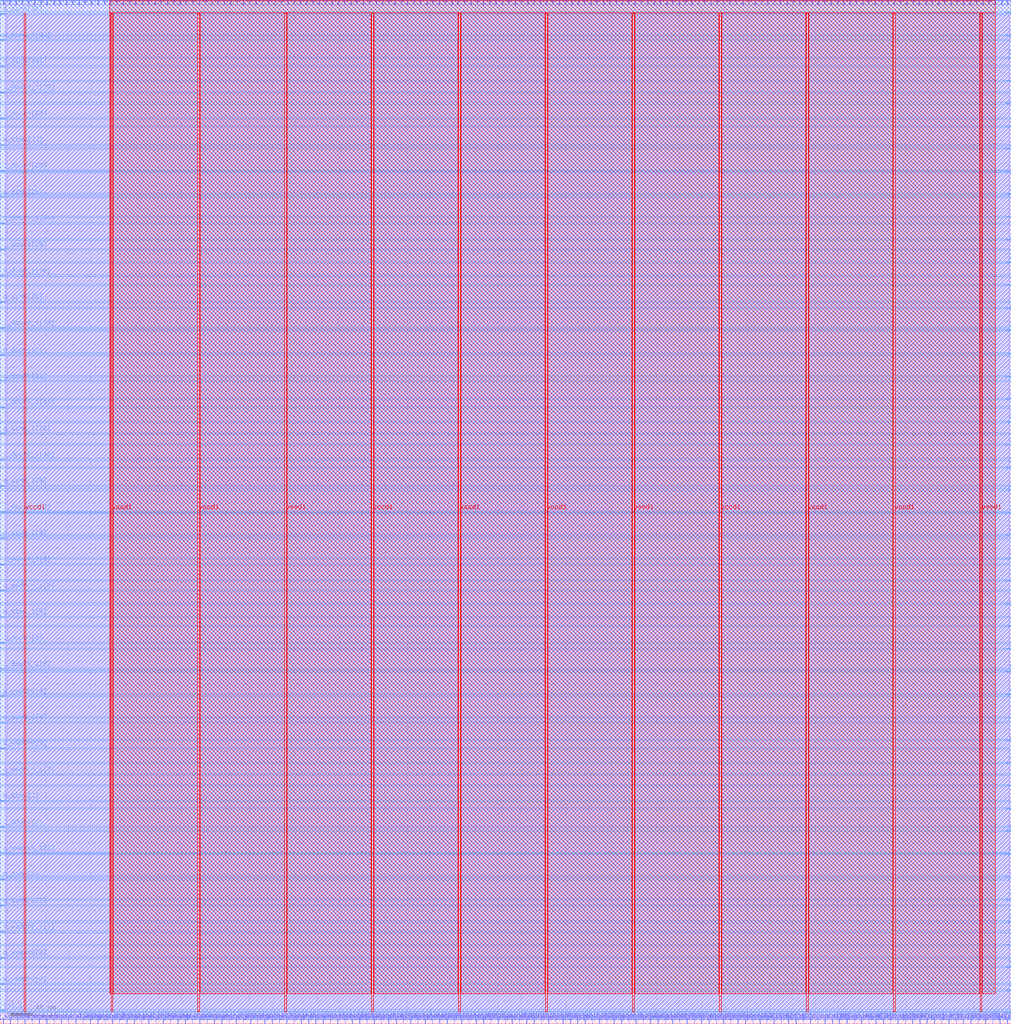
<source format=lef>
VERSION 5.7 ;
  NOWIREEXTENSIONATPIN ON ;
  DIVIDERCHAR "/" ;
  BUSBITCHARS "[]" ;
MACRO user_proj
  CLASS BLOCK ;
  FOREIGN user_proj ;
  ORIGIN 0.000 0.000 ;
  SIZE 893.295 BY 904.015 ;
  PIN clk_i
    DIRECTION INPUT ;
    USE SIGNAL ;
    PORT
      LAYER met2 ;
        RECT 639.030 900.015 639.310 904.015 ;
    END
  END clk_i
  PIN i_dout0[0]
    DIRECTION INPUT ;
    USE SIGNAL ;
    PORT
      LAYER met2 ;
        RECT 650.070 900.015 650.350 904.015 ;
    END
  END i_dout0[0]
  PIN i_dout0[10]
    DIRECTION INPUT ;
    USE SIGNAL ;
    PORT
      LAYER met2 ;
        RECT 780.250 0.000 780.530 4.000 ;
    END
  END i_dout0[10]
  PIN i_dout0[11]
    DIRECTION INPUT ;
    USE SIGNAL ;
    PORT
      LAYER met2 ;
        RECT 786.690 0.000 786.970 4.000 ;
    END
  END i_dout0[11]
  PIN i_dout0[12]
    DIRECTION INPUT ;
    USE SIGNAL ;
    PORT
      LAYER met3 ;
        RECT 0.000 567.160 4.000 567.760 ;
    END
  END i_dout0[12]
  PIN i_dout0[13]
    DIRECTION INPUT ;
    USE SIGNAL ;
    PORT
      LAYER met2 ;
        RECT 750.810 900.015 751.090 904.015 ;
    END
  END i_dout0[13]
  PIN i_dout0[14]
    DIRECTION INPUT ;
    USE SIGNAL ;
    PORT
      LAYER met2 ;
        RECT 806.010 0.000 806.290 4.000 ;
    END
  END i_dout0[14]
  PIN i_dout0[15]
    DIRECTION INPUT ;
    USE SIGNAL ;
    PORT
      LAYER met2 ;
        RECT 761.850 900.015 762.130 904.015 ;
    END
  END i_dout0[15]
  PIN i_dout0[16]
    DIRECTION INPUT ;
    USE SIGNAL ;
    PORT
      LAYER met3 ;
        RECT 889.295 571.240 893.295 571.840 ;
    END
  END i_dout0[16]
  PIN i_dout0[17]
    DIRECTION INPUT ;
    USE SIGNAL ;
    PORT
      LAYER met2 ;
        RECT 772.890 900.015 773.170 904.015 ;
    END
  END i_dout0[17]
  PIN i_dout0[18]
    DIRECTION INPUT ;
    USE SIGNAL ;
    PORT
      LAYER met3 ;
        RECT 889.295 591.640 893.295 592.240 ;
    END
  END i_dout0[18]
  PIN i_dout0[19]
    DIRECTION INPUT ;
    USE SIGNAL ;
    PORT
      LAYER met3 ;
        RECT 0.000 683.440 4.000 684.040 ;
    END
  END i_dout0[19]
  PIN i_dout0[1]
    DIRECTION INPUT ;
    USE SIGNAL ;
    PORT
      LAYER met2 ;
        RECT 715.850 0.000 716.130 4.000 ;
    END
  END i_dout0[1]
  PIN i_dout0[20]
    DIRECTION INPUT ;
    USE SIGNAL ;
    PORT
      LAYER met3 ;
        RECT 889.295 652.160 893.295 652.760 ;
    END
  END i_dout0[20]
  PIN i_dout0[21]
    DIRECTION INPUT ;
    USE SIGNAL ;
    PORT
      LAYER met2 ;
        RECT 806.470 900.015 806.750 904.015 ;
    END
  END i_dout0[21]
  PIN i_dout0[22]
    DIRECTION INPUT ;
    USE SIGNAL ;
    PORT
      LAYER met2 ;
        RECT 844.650 0.000 844.930 4.000 ;
    END
  END i_dout0[22]
  PIN i_dout0[23]
    DIRECTION INPUT ;
    USE SIGNAL ;
    PORT
      LAYER met3 ;
        RECT 0.000 752.800 4.000 753.400 ;
    END
  END i_dout0[23]
  PIN i_dout0[24]
    DIRECTION INPUT ;
    USE SIGNAL ;
    PORT
      LAYER met2 ;
        RECT 851.090 0.000 851.370 4.000 ;
    END
  END i_dout0[24]
  PIN i_dout0[25]
    DIRECTION INPUT ;
    USE SIGNAL ;
    PORT
      LAYER met3 ;
        RECT 889.295 772.520 893.295 773.120 ;
    END
  END i_dout0[25]
  PIN i_dout0[26]
    DIRECTION INPUT ;
    USE SIGNAL ;
    PORT
      LAYER met3 ;
        RECT 0.000 799.040 4.000 799.640 ;
    END
  END i_dout0[26]
  PIN i_dout0[27]
    DIRECTION INPUT ;
    USE SIGNAL ;
    PORT
      LAYER met2 ;
        RECT 851.090 900.015 851.370 904.015 ;
    END
  END i_dout0[27]
  PIN i_dout0[28]
    DIRECTION INPUT ;
    USE SIGNAL ;
    PORT
      LAYER met3 ;
        RECT 889.295 832.360 893.295 832.960 ;
    END
  END i_dout0[28]
  PIN i_dout0[29]
    DIRECTION INPUT ;
    USE SIGNAL ;
    PORT
      LAYER met2 ;
        RECT 879.150 900.015 879.430 904.015 ;
    END
  END i_dout0[29]
  PIN i_dout0[2]
    DIRECTION INPUT ;
    USE SIGNAL ;
    PORT
      LAYER met2 ;
        RECT 722.290 0.000 722.570 4.000 ;
    END
  END i_dout0[2]
  PIN i_dout0[30]
    DIRECTION INPUT ;
    USE SIGNAL ;
    PORT
      LAYER met3 ;
        RECT 889.295 872.480 893.295 873.080 ;
    END
  END i_dout0[30]
  PIN i_dout0[31]
    DIRECTION INPUT ;
    USE SIGNAL ;
    PORT
      LAYER met3 ;
        RECT 889.295 892.880 893.295 893.480 ;
    END
  END i_dout0[31]
  PIN i_dout0[3]
    DIRECTION INPUT ;
    USE SIGNAL ;
    PORT
      LAYER met3 ;
        RECT 0.000 173.440 4.000 174.040 ;
    END
  END i_dout0[3]
  PIN i_dout0[4]
    DIRECTION INPUT ;
    USE SIGNAL ;
    PORT
      LAYER met3 ;
        RECT 889.295 210.160 893.295 210.760 ;
    END
  END i_dout0[4]
  PIN i_dout0[5]
    DIRECTION INPUT ;
    USE SIGNAL ;
    PORT
      LAYER met3 ;
        RECT 0.000 335.960 4.000 336.560 ;
    END
  END i_dout0[5]
  PIN i_dout0[6]
    DIRECTION INPUT ;
    USE SIGNAL ;
    PORT
      LAYER met2 ;
        RECT 754.490 0.000 754.770 4.000 ;
    END
  END i_dout0[6]
  PIN i_dout0[7]
    DIRECTION INPUT ;
    USE SIGNAL ;
    PORT
      LAYER met3 ;
        RECT 889.295 270.000 893.295 270.600 ;
    END
  END i_dout0[7]
  PIN i_dout0[8]
    DIRECTION INPUT ;
    USE SIGNAL ;
    PORT
      LAYER met2 ;
        RECT 728.270 900.015 728.550 904.015 ;
    END
  END i_dout0[8]
  PIN i_dout0[9]
    DIRECTION INPUT ;
    USE SIGNAL ;
    PORT
      LAYER met2 ;
        RECT 739.770 900.015 740.050 904.015 ;
    END
  END i_dout0[9]
  PIN i_dout0_1[0]
    DIRECTION INPUT ;
    USE SIGNAL ;
    PORT
      LAYER met3 ;
        RECT 889.295 69.400 893.295 70.000 ;
    END
  END i_dout0_1[0]
  PIN i_dout0_1[10]
    DIRECTION INPUT ;
    USE SIGNAL ;
    PORT
      LAYER met3 ;
        RECT 0.000 497.800 4.000 498.400 ;
    END
  END i_dout0_1[10]
  PIN i_dout0_1[11]
    DIRECTION INPUT ;
    USE SIGNAL ;
    PORT
      LAYER met3 ;
        RECT 0.000 544.040 4.000 544.640 ;
    END
  END i_dout0_1[11]
  PIN i_dout0_1[12]
    DIRECTION INPUT ;
    USE SIGNAL ;
    PORT
      LAYER met3 ;
        RECT 889.295 450.880 893.295 451.480 ;
    END
  END i_dout0_1[12]
  PIN i_dout0_1[13]
    DIRECTION INPUT ;
    USE SIGNAL ;
    PORT
      LAYER met2 ;
        RECT 745.290 900.015 745.570 904.015 ;
    END
  END i_dout0_1[13]
  PIN i_dout0_1[14]
    DIRECTION INPUT ;
    USE SIGNAL ;
    PORT
      LAYER met3 ;
        RECT 0.000 614.080 4.000 614.680 ;
    END
  END i_dout0_1[14]
  PIN i_dout0_1[15]
    DIRECTION INPUT ;
    USE SIGNAL ;
    PORT
      LAYER met2 ;
        RECT 756.330 900.015 756.610 904.015 ;
    END
  END i_dout0_1[15]
  PIN i_dout0_1[16]
    DIRECTION INPUT ;
    USE SIGNAL ;
    PORT
      LAYER met3 ;
        RECT 889.295 551.520 893.295 552.120 ;
    END
  END i_dout0_1[16]
  PIN i_dout0_1[17]
    DIRECTION INPUT ;
    USE SIGNAL ;
    PORT
      LAYER met2 ;
        RECT 825.330 0.000 825.610 4.000 ;
    END
  END i_dout0_1[17]
  PIN i_dout0_1[18]
    DIRECTION INPUT ;
    USE SIGNAL ;
    PORT
      LAYER met2 ;
        RECT 784.390 900.015 784.670 904.015 ;
    END
  END i_dout0_1[18]
  PIN i_dout0_1[19]
    DIRECTION INPUT ;
    USE SIGNAL ;
    PORT
      LAYER met3 ;
        RECT 889.295 631.760 893.295 632.360 ;
    END
  END i_dout0_1[19]
  PIN i_dout0_1[1]
    DIRECTION INPUT ;
    USE SIGNAL ;
    PORT
      LAYER met2 ;
        RECT 709.410 0.000 709.690 4.000 ;
    END
  END i_dout0_1[1]
  PIN i_dout0_1[20]
    DIRECTION INPUT ;
    USE SIGNAL ;
    PORT
      LAYER met3 ;
        RECT 0.000 706.560 4.000 707.160 ;
    END
  END i_dout0_1[20]
  PIN i_dout0_1[21]
    DIRECTION INPUT ;
    USE SIGNAL ;
    PORT
      LAYER met2 ;
        RECT 838.210 0.000 838.490 4.000 ;
    END
  END i_dout0_1[21]
  PIN i_dout0_1[22]
    DIRECTION INPUT ;
    USE SIGNAL ;
    PORT
      LAYER met3 ;
        RECT 889.295 692.280 893.295 692.880 ;
    END
  END i_dout0_1[22]
  PIN i_dout0_1[23]
    DIRECTION INPUT ;
    USE SIGNAL ;
    PORT
      LAYER met3 ;
        RECT 889.295 712.000 893.295 712.600 ;
    END
  END i_dout0_1[23]
  PIN i_dout0_1[24]
    DIRECTION INPUT ;
    USE SIGNAL ;
    PORT
      LAYER met3 ;
        RECT 889.295 732.400 893.295 733.000 ;
    END
  END i_dout0_1[24]
  PIN i_dout0_1[25]
    DIRECTION INPUT ;
    USE SIGNAL ;
    PORT
      LAYER met2 ;
        RECT 857.530 0.000 857.810 4.000 ;
    END
  END i_dout0_1[25]
  PIN i_dout0_1[26]
    DIRECTION INPUT ;
    USE SIGNAL ;
    PORT
      LAYER met3 ;
        RECT 889.295 792.240 893.295 792.840 ;
    END
  END i_dout0_1[26]
  PIN i_dout0_1[27]
    DIRECTION INPUT ;
    USE SIGNAL ;
    PORT
      LAYER met3 ;
        RECT 889.295 812.640 893.295 813.240 ;
    END
  END i_dout0_1[27]
  PIN i_dout0_1[28]
    DIRECTION INPUT ;
    USE SIGNAL ;
    PORT
      LAYER met2 ;
        RECT 868.110 900.015 868.390 904.015 ;
    END
  END i_dout0_1[28]
  PIN i_dout0_1[29]
    DIRECTION INPUT ;
    USE SIGNAL ;
    PORT
      LAYER met3 ;
        RECT 0.000 822.160 4.000 822.760 ;
    END
  END i_dout0_1[29]
  PIN i_dout0_1[2]
    DIRECTION INPUT ;
    USE SIGNAL ;
    PORT
      LAYER met2 ;
        RECT 678.130 900.015 678.410 904.015 ;
    END
  END i_dout0_1[2]
  PIN i_dout0_1[30]
    DIRECTION INPUT ;
    USE SIGNAL ;
    PORT
      LAYER met2 ;
        RECT 876.850 0.000 877.130 4.000 ;
    END
  END i_dout0_1[30]
  PIN i_dout0_1[31]
    DIRECTION INPUT ;
    USE SIGNAL ;
    PORT
      LAYER met2 ;
        RECT 883.290 0.000 883.570 4.000 ;
    END
  END i_dout0_1[31]
  PIN i_dout0_1[3]
    DIRECTION INPUT ;
    USE SIGNAL ;
    PORT
      LAYER met2 ;
        RECT 728.730 0.000 729.010 4.000 ;
    END
  END i_dout0_1[3]
  PIN i_dout0_1[4]
    DIRECTION INPUT ;
    USE SIGNAL ;
    PORT
      LAYER met2 ;
        RECT 735.170 0.000 735.450 4.000 ;
    END
  END i_dout0_1[4]
  PIN i_dout0_1[5]
    DIRECTION INPUT ;
    USE SIGNAL ;
    PORT
      LAYER met3 ;
        RECT 0.000 312.840 4.000 313.440 ;
    END
  END i_dout0_1[5]
  PIN i_dout0_1[6]
    DIRECTION INPUT ;
    USE SIGNAL ;
    PORT
      LAYER met3 ;
        RECT 0.000 405.320 4.000 405.920 ;
    END
  END i_dout0_1[6]
  PIN i_dout0_1[7]
    DIRECTION INPUT ;
    USE SIGNAL ;
    PORT
      LAYER met2 ;
        RECT 767.370 0.000 767.650 4.000 ;
    END
  END i_dout0_1[7]
  PIN i_dout0_1[8]
    DIRECTION INPUT ;
    USE SIGNAL ;
    PORT
      LAYER met3 ;
        RECT 889.295 350.920 893.295 351.520 ;
    END
  END i_dout0_1[8]
  PIN i_dout0_1[9]
    DIRECTION INPUT ;
    USE SIGNAL ;
    PORT
      LAYER met3 ;
        RECT 0.000 451.560 4.000 452.160 ;
    END
  END i_dout0_1[9]
  PIN io_in[0]
    DIRECTION INPUT ;
    USE SIGNAL ;
    PORT
      LAYER met2 ;
        RECT 2.850 900.015 3.130 904.015 ;
    END
  END io_in[0]
  PIN io_in[10]
    DIRECTION INPUT ;
    USE SIGNAL ;
    PORT
      LAYER met2 ;
        RECT 170.290 900.015 170.570 904.015 ;
    END
  END io_in[10]
  PIN io_in[11]
    DIRECTION INPUT ;
    USE SIGNAL ;
    PORT
      LAYER met2 ;
        RECT 186.850 900.015 187.130 904.015 ;
    END
  END io_in[11]
  PIN io_in[12]
    DIRECTION INPUT ;
    USE SIGNAL ;
    PORT
      LAYER met2 ;
        RECT 203.410 900.015 203.690 904.015 ;
    END
  END io_in[12]
  PIN io_in[13]
    DIRECTION INPUT ;
    USE SIGNAL ;
    PORT
      LAYER met2 ;
        RECT 220.430 900.015 220.710 904.015 ;
    END
  END io_in[13]
  PIN io_in[14]
    DIRECTION INPUT ;
    USE SIGNAL ;
    PORT
      LAYER met2 ;
        RECT 236.990 900.015 237.270 904.015 ;
    END
  END io_in[14]
  PIN io_in[15]
    DIRECTION INPUT ;
    USE SIGNAL ;
    PORT
      LAYER met2 ;
        RECT 254.010 900.015 254.290 904.015 ;
    END
  END io_in[15]
  PIN io_in[16]
    DIRECTION INPUT ;
    USE SIGNAL ;
    PORT
      LAYER met2 ;
        RECT 270.570 900.015 270.850 904.015 ;
    END
  END io_in[16]
  PIN io_in[17]
    DIRECTION INPUT ;
    USE SIGNAL ;
    PORT
      LAYER met2 ;
        RECT 287.590 900.015 287.870 904.015 ;
    END
  END io_in[17]
  PIN io_in[18]
    DIRECTION INPUT ;
    USE SIGNAL ;
    PORT
      LAYER met2 ;
        RECT 304.150 900.015 304.430 904.015 ;
    END
  END io_in[18]
  PIN io_in[19]
    DIRECTION INPUT ;
    USE SIGNAL ;
    PORT
      LAYER met2 ;
        RECT 320.710 900.015 320.990 904.015 ;
    END
  END io_in[19]
  PIN io_in[1]
    DIRECTION INPUT ;
    USE SIGNAL ;
    PORT
      LAYER met2 ;
        RECT 19.410 900.015 19.690 904.015 ;
    END
  END io_in[1]
  PIN io_in[20]
    DIRECTION INPUT ;
    USE SIGNAL ;
    PORT
      LAYER met2 ;
        RECT 337.730 900.015 338.010 904.015 ;
    END
  END io_in[20]
  PIN io_in[21]
    DIRECTION INPUT ;
    USE SIGNAL ;
    PORT
      LAYER met2 ;
        RECT 354.290 900.015 354.570 904.015 ;
    END
  END io_in[21]
  PIN io_in[22]
    DIRECTION INPUT ;
    USE SIGNAL ;
    PORT
      LAYER met2 ;
        RECT 371.310 900.015 371.590 904.015 ;
    END
  END io_in[22]
  PIN io_in[23]
    DIRECTION INPUT ;
    USE SIGNAL ;
    PORT
      LAYER met2 ;
        RECT 387.870 900.015 388.150 904.015 ;
    END
  END io_in[23]
  PIN io_in[24]
    DIRECTION INPUT ;
    USE SIGNAL ;
    PORT
      LAYER met2 ;
        RECT 404.430 900.015 404.710 904.015 ;
    END
  END io_in[24]
  PIN io_in[25]
    DIRECTION INPUT ;
    USE SIGNAL ;
    PORT
      LAYER met2 ;
        RECT 421.450 900.015 421.730 904.015 ;
    END
  END io_in[25]
  PIN io_in[26]
    DIRECTION INPUT ;
    USE SIGNAL ;
    PORT
      LAYER met2 ;
        RECT 438.010 900.015 438.290 904.015 ;
    END
  END io_in[26]
  PIN io_in[27]
    DIRECTION INPUT ;
    USE SIGNAL ;
    PORT
      LAYER met2 ;
        RECT 455.030 900.015 455.310 904.015 ;
    END
  END io_in[27]
  PIN io_in[28]
    DIRECTION INPUT ;
    USE SIGNAL ;
    PORT
      LAYER met2 ;
        RECT 471.590 900.015 471.870 904.015 ;
    END
  END io_in[28]
  PIN io_in[29]
    DIRECTION INPUT ;
    USE SIGNAL ;
    PORT
      LAYER met2 ;
        RECT 488.150 900.015 488.430 904.015 ;
    END
  END io_in[29]
  PIN io_in[2]
    DIRECTION INPUT ;
    USE SIGNAL ;
    PORT
      LAYER met2 ;
        RECT 35.970 900.015 36.250 904.015 ;
    END
  END io_in[2]
  PIN io_in[30]
    DIRECTION INPUT ;
    USE SIGNAL ;
    PORT
      LAYER met2 ;
        RECT 505.170 900.015 505.450 904.015 ;
    END
  END io_in[30]
  PIN io_in[31]
    DIRECTION INPUT ;
    USE SIGNAL ;
    PORT
      LAYER met2 ;
        RECT 521.730 900.015 522.010 904.015 ;
    END
  END io_in[31]
  PIN io_in[32]
    DIRECTION INPUT ;
    USE SIGNAL ;
    PORT
      LAYER met2 ;
        RECT 538.750 900.015 539.030 904.015 ;
    END
  END io_in[32]
  PIN io_in[33]
    DIRECTION INPUT ;
    USE SIGNAL ;
    PORT
      LAYER met2 ;
        RECT 555.310 900.015 555.590 904.015 ;
    END
  END io_in[33]
  PIN io_in[34]
    DIRECTION INPUT ;
    USE SIGNAL ;
    PORT
      LAYER met2 ;
        RECT 572.330 900.015 572.610 904.015 ;
    END
  END io_in[34]
  PIN io_in[35]
    DIRECTION INPUT ;
    USE SIGNAL ;
    PORT
      LAYER met2 ;
        RECT 588.890 900.015 589.170 904.015 ;
    END
  END io_in[35]
  PIN io_in[36]
    DIRECTION INPUT ;
    USE SIGNAL ;
    PORT
      LAYER met2 ;
        RECT 605.450 900.015 605.730 904.015 ;
    END
  END io_in[36]
  PIN io_in[37]
    DIRECTION INPUT ;
    USE SIGNAL ;
    PORT
      LAYER met2 ;
        RECT 622.470 900.015 622.750 904.015 ;
    END
  END io_in[37]
  PIN io_in[3]
    DIRECTION INPUT ;
    USE SIGNAL ;
    PORT
      LAYER met2 ;
        RECT 52.990 900.015 53.270 904.015 ;
    END
  END io_in[3]
  PIN io_in[4]
    DIRECTION INPUT ;
    USE SIGNAL ;
    PORT
      LAYER met2 ;
        RECT 69.550 900.015 69.830 904.015 ;
    END
  END io_in[4]
  PIN io_in[5]
    DIRECTION INPUT ;
    USE SIGNAL ;
    PORT
      LAYER met2 ;
        RECT 86.570 900.015 86.850 904.015 ;
    END
  END io_in[5]
  PIN io_in[6]
    DIRECTION INPUT ;
    USE SIGNAL ;
    PORT
      LAYER met2 ;
        RECT 103.130 900.015 103.410 904.015 ;
    END
  END io_in[6]
  PIN io_in[7]
    DIRECTION INPUT ;
    USE SIGNAL ;
    PORT
      LAYER met2 ;
        RECT 119.690 900.015 119.970 904.015 ;
    END
  END io_in[7]
  PIN io_in[8]
    DIRECTION INPUT ;
    USE SIGNAL ;
    PORT
      LAYER met2 ;
        RECT 136.710 900.015 136.990 904.015 ;
    END
  END io_in[8]
  PIN io_in[9]
    DIRECTION INPUT ;
    USE SIGNAL ;
    PORT
      LAYER met2 ;
        RECT 153.270 900.015 153.550 904.015 ;
    END
  END io_in[9]
  PIN io_oeb[0]
    DIRECTION OUTPUT TRISTATE ;
    USE SIGNAL ;
    PORT
      LAYER met2 ;
        RECT 8.370 900.015 8.650 904.015 ;
    END
  END io_oeb[0]
  PIN io_oeb[10]
    DIRECTION OUTPUT TRISTATE ;
    USE SIGNAL ;
    PORT
      LAYER met2 ;
        RECT 175.810 900.015 176.090 904.015 ;
    END
  END io_oeb[10]
  PIN io_oeb[11]
    DIRECTION OUTPUT TRISTATE ;
    USE SIGNAL ;
    PORT
      LAYER met2 ;
        RECT 192.370 900.015 192.650 904.015 ;
    END
  END io_oeb[11]
  PIN io_oeb[12]
    DIRECTION OUTPUT TRISTATE ;
    USE SIGNAL ;
    PORT
      LAYER met2 ;
        RECT 209.390 900.015 209.670 904.015 ;
    END
  END io_oeb[12]
  PIN io_oeb[13]
    DIRECTION OUTPUT TRISTATE ;
    USE SIGNAL ;
    PORT
      LAYER met2 ;
        RECT 225.950 900.015 226.230 904.015 ;
    END
  END io_oeb[13]
  PIN io_oeb[14]
    DIRECTION OUTPUT TRISTATE ;
    USE SIGNAL ;
    PORT
      LAYER met2 ;
        RECT 242.510 900.015 242.790 904.015 ;
    END
  END io_oeb[14]
  PIN io_oeb[15]
    DIRECTION OUTPUT TRISTATE ;
    USE SIGNAL ;
    PORT
      LAYER met2 ;
        RECT 259.530 900.015 259.810 904.015 ;
    END
  END io_oeb[15]
  PIN io_oeb[16]
    DIRECTION OUTPUT TRISTATE ;
    USE SIGNAL ;
    PORT
      LAYER met2 ;
        RECT 276.090 900.015 276.370 904.015 ;
    END
  END io_oeb[16]
  PIN io_oeb[17]
    DIRECTION OUTPUT TRISTATE ;
    USE SIGNAL ;
    PORT
      LAYER met2 ;
        RECT 293.110 900.015 293.390 904.015 ;
    END
  END io_oeb[17]
  PIN io_oeb[18]
    DIRECTION OUTPUT TRISTATE ;
    USE SIGNAL ;
    PORT
      LAYER met2 ;
        RECT 309.670 900.015 309.950 904.015 ;
    END
  END io_oeb[18]
  PIN io_oeb[19]
    DIRECTION OUTPUT TRISTATE ;
    USE SIGNAL ;
    PORT
      LAYER met2 ;
        RECT 326.230 900.015 326.510 904.015 ;
    END
  END io_oeb[19]
  PIN io_oeb[1]
    DIRECTION OUTPUT TRISTATE ;
    USE SIGNAL ;
    PORT
      LAYER met2 ;
        RECT 24.930 900.015 25.210 904.015 ;
    END
  END io_oeb[1]
  PIN io_oeb[20]
    DIRECTION OUTPUT TRISTATE ;
    USE SIGNAL ;
    PORT
      LAYER met2 ;
        RECT 343.250 900.015 343.530 904.015 ;
    END
  END io_oeb[20]
  PIN io_oeb[21]
    DIRECTION OUTPUT TRISTATE ;
    USE SIGNAL ;
    PORT
      LAYER met2 ;
        RECT 359.810 900.015 360.090 904.015 ;
    END
  END io_oeb[21]
  PIN io_oeb[22]
    DIRECTION OUTPUT TRISTATE ;
    USE SIGNAL ;
    PORT
      LAYER met2 ;
        RECT 376.830 900.015 377.110 904.015 ;
    END
  END io_oeb[22]
  PIN io_oeb[23]
    DIRECTION OUTPUT TRISTATE ;
    USE SIGNAL ;
    PORT
      LAYER met2 ;
        RECT 393.390 900.015 393.670 904.015 ;
    END
  END io_oeb[23]
  PIN io_oeb[24]
    DIRECTION OUTPUT TRISTATE ;
    USE SIGNAL ;
    PORT
      LAYER met2 ;
        RECT 410.410 900.015 410.690 904.015 ;
    END
  END io_oeb[24]
  PIN io_oeb[25]
    DIRECTION OUTPUT TRISTATE ;
    USE SIGNAL ;
    PORT
      LAYER met2 ;
        RECT 426.970 900.015 427.250 904.015 ;
    END
  END io_oeb[25]
  PIN io_oeb[26]
    DIRECTION OUTPUT TRISTATE ;
    USE SIGNAL ;
    PORT
      LAYER met2 ;
        RECT 443.530 900.015 443.810 904.015 ;
    END
  END io_oeb[26]
  PIN io_oeb[27]
    DIRECTION OUTPUT TRISTATE ;
    USE SIGNAL ;
    PORT
      LAYER met2 ;
        RECT 460.550 900.015 460.830 904.015 ;
    END
  END io_oeb[27]
  PIN io_oeb[28]
    DIRECTION OUTPUT TRISTATE ;
    USE SIGNAL ;
    PORT
      LAYER met2 ;
        RECT 477.110 900.015 477.390 904.015 ;
    END
  END io_oeb[28]
  PIN io_oeb[29]
    DIRECTION OUTPUT TRISTATE ;
    USE SIGNAL ;
    PORT
      LAYER met2 ;
        RECT 494.130 900.015 494.410 904.015 ;
    END
  END io_oeb[29]
  PIN io_oeb[2]
    DIRECTION OUTPUT TRISTATE ;
    USE SIGNAL ;
    PORT
      LAYER met2 ;
        RECT 41.490 900.015 41.770 904.015 ;
    END
  END io_oeb[2]
  PIN io_oeb[30]
    DIRECTION OUTPUT TRISTATE ;
    USE SIGNAL ;
    PORT
      LAYER met2 ;
        RECT 510.690 900.015 510.970 904.015 ;
    END
  END io_oeb[30]
  PIN io_oeb[31]
    DIRECTION OUTPUT TRISTATE ;
    USE SIGNAL ;
    PORT
      LAYER met2 ;
        RECT 527.250 900.015 527.530 904.015 ;
    END
  END io_oeb[31]
  PIN io_oeb[32]
    DIRECTION OUTPUT TRISTATE ;
    USE SIGNAL ;
    PORT
      LAYER met2 ;
        RECT 544.270 900.015 544.550 904.015 ;
    END
  END io_oeb[32]
  PIN io_oeb[33]
    DIRECTION OUTPUT TRISTATE ;
    USE SIGNAL ;
    PORT
      LAYER met2 ;
        RECT 560.830 900.015 561.110 904.015 ;
    END
  END io_oeb[33]
  PIN io_oeb[34]
    DIRECTION OUTPUT TRISTATE ;
    USE SIGNAL ;
    PORT
      LAYER met2 ;
        RECT 577.850 900.015 578.130 904.015 ;
    END
  END io_oeb[34]
  PIN io_oeb[35]
    DIRECTION OUTPUT TRISTATE ;
    USE SIGNAL ;
    PORT
      LAYER met2 ;
        RECT 594.410 900.015 594.690 904.015 ;
    END
  END io_oeb[35]
  PIN io_oeb[36]
    DIRECTION OUTPUT TRISTATE ;
    USE SIGNAL ;
    PORT
      LAYER met2 ;
        RECT 610.970 900.015 611.250 904.015 ;
    END
  END io_oeb[36]
  PIN io_oeb[37]
    DIRECTION OUTPUT TRISTATE ;
    USE SIGNAL ;
    PORT
      LAYER met2 ;
        RECT 627.990 900.015 628.270 904.015 ;
    END
  END io_oeb[37]
  PIN io_oeb[3]
    DIRECTION OUTPUT TRISTATE ;
    USE SIGNAL ;
    PORT
      LAYER met2 ;
        RECT 58.510 900.015 58.790 904.015 ;
    END
  END io_oeb[3]
  PIN io_oeb[4]
    DIRECTION OUTPUT TRISTATE ;
    USE SIGNAL ;
    PORT
      LAYER met2 ;
        RECT 75.070 900.015 75.350 904.015 ;
    END
  END io_oeb[4]
  PIN io_oeb[5]
    DIRECTION OUTPUT TRISTATE ;
    USE SIGNAL ;
    PORT
      LAYER met2 ;
        RECT 92.090 900.015 92.370 904.015 ;
    END
  END io_oeb[5]
  PIN io_oeb[6]
    DIRECTION OUTPUT TRISTATE ;
    USE SIGNAL ;
    PORT
      LAYER met2 ;
        RECT 108.650 900.015 108.930 904.015 ;
    END
  END io_oeb[6]
  PIN io_oeb[7]
    DIRECTION OUTPUT TRISTATE ;
    USE SIGNAL ;
    PORT
      LAYER met2 ;
        RECT 125.670 900.015 125.950 904.015 ;
    END
  END io_oeb[7]
  PIN io_oeb[8]
    DIRECTION OUTPUT TRISTATE ;
    USE SIGNAL ;
    PORT
      LAYER met2 ;
        RECT 142.230 900.015 142.510 904.015 ;
    END
  END io_oeb[8]
  PIN io_oeb[9]
    DIRECTION OUTPUT TRISTATE ;
    USE SIGNAL ;
    PORT
      LAYER met2 ;
        RECT 158.790 900.015 159.070 904.015 ;
    END
  END io_oeb[9]
  PIN io_out[0]
    DIRECTION OUTPUT TRISTATE ;
    USE SIGNAL ;
    PORT
      LAYER met2 ;
        RECT 13.890 900.015 14.170 904.015 ;
    END
  END io_out[0]
  PIN io_out[10]
    DIRECTION OUTPUT TRISTATE ;
    USE SIGNAL ;
    PORT
      LAYER met2 ;
        RECT 181.330 900.015 181.610 904.015 ;
    END
  END io_out[10]
  PIN io_out[11]
    DIRECTION OUTPUT TRISTATE ;
    USE SIGNAL ;
    PORT
      LAYER met2 ;
        RECT 197.890 900.015 198.170 904.015 ;
    END
  END io_out[11]
  PIN io_out[12]
    DIRECTION OUTPUT TRISTATE ;
    USE SIGNAL ;
    PORT
      LAYER met2 ;
        RECT 214.910 900.015 215.190 904.015 ;
    END
  END io_out[12]
  PIN io_out[13]
    DIRECTION OUTPUT TRISTATE ;
    USE SIGNAL ;
    PORT
      LAYER met2 ;
        RECT 231.470 900.015 231.750 904.015 ;
    END
  END io_out[13]
  PIN io_out[14]
    DIRECTION OUTPUT TRISTATE ;
    USE SIGNAL ;
    PORT
      LAYER met2 ;
        RECT 248.490 900.015 248.770 904.015 ;
    END
  END io_out[14]
  PIN io_out[15]
    DIRECTION OUTPUT TRISTATE ;
    USE SIGNAL ;
    PORT
      LAYER met2 ;
        RECT 265.050 900.015 265.330 904.015 ;
    END
  END io_out[15]
  PIN io_out[16]
    DIRECTION OUTPUT TRISTATE ;
    USE SIGNAL ;
    PORT
      LAYER met2 ;
        RECT 281.610 900.015 281.890 904.015 ;
    END
  END io_out[16]
  PIN io_out[17]
    DIRECTION OUTPUT TRISTATE ;
    USE SIGNAL ;
    PORT
      LAYER met2 ;
        RECT 298.630 900.015 298.910 904.015 ;
    END
  END io_out[17]
  PIN io_out[18]
    DIRECTION OUTPUT TRISTATE ;
    USE SIGNAL ;
    PORT
      LAYER met2 ;
        RECT 315.190 900.015 315.470 904.015 ;
    END
  END io_out[18]
  PIN io_out[19]
    DIRECTION OUTPUT TRISTATE ;
    USE SIGNAL ;
    PORT
      LAYER met2 ;
        RECT 332.210 900.015 332.490 904.015 ;
    END
  END io_out[19]
  PIN io_out[1]
    DIRECTION OUTPUT TRISTATE ;
    USE SIGNAL ;
    PORT
      LAYER met2 ;
        RECT 30.450 900.015 30.730 904.015 ;
    END
  END io_out[1]
  PIN io_out[20]
    DIRECTION OUTPUT TRISTATE ;
    USE SIGNAL ;
    PORT
      LAYER met2 ;
        RECT 348.770 900.015 349.050 904.015 ;
    END
  END io_out[20]
  PIN io_out[21]
    DIRECTION OUTPUT TRISTATE ;
    USE SIGNAL ;
    PORT
      LAYER met2 ;
        RECT 365.330 900.015 365.610 904.015 ;
    END
  END io_out[21]
  PIN io_out[22]
    DIRECTION OUTPUT TRISTATE ;
    USE SIGNAL ;
    PORT
      LAYER met2 ;
        RECT 382.350 900.015 382.630 904.015 ;
    END
  END io_out[22]
  PIN io_out[23]
    DIRECTION OUTPUT TRISTATE ;
    USE SIGNAL ;
    PORT
      LAYER met2 ;
        RECT 398.910 900.015 399.190 904.015 ;
    END
  END io_out[23]
  PIN io_out[24]
    DIRECTION OUTPUT TRISTATE ;
    USE SIGNAL ;
    PORT
      LAYER met2 ;
        RECT 415.930 900.015 416.210 904.015 ;
    END
  END io_out[24]
  PIN io_out[25]
    DIRECTION OUTPUT TRISTATE ;
    USE SIGNAL ;
    PORT
      LAYER met2 ;
        RECT 432.490 900.015 432.770 904.015 ;
    END
  END io_out[25]
  PIN io_out[26]
    DIRECTION OUTPUT TRISTATE ;
    USE SIGNAL ;
    PORT
      LAYER met2 ;
        RECT 449.510 900.015 449.790 904.015 ;
    END
  END io_out[26]
  PIN io_out[27]
    DIRECTION OUTPUT TRISTATE ;
    USE SIGNAL ;
    PORT
      LAYER met2 ;
        RECT 466.070 900.015 466.350 904.015 ;
    END
  END io_out[27]
  PIN io_out[28]
    DIRECTION OUTPUT TRISTATE ;
    USE SIGNAL ;
    PORT
      LAYER met2 ;
        RECT 482.630 900.015 482.910 904.015 ;
    END
  END io_out[28]
  PIN io_out[29]
    DIRECTION OUTPUT TRISTATE ;
    USE SIGNAL ;
    PORT
      LAYER met2 ;
        RECT 499.650 900.015 499.930 904.015 ;
    END
  END io_out[29]
  PIN io_out[2]
    DIRECTION OUTPUT TRISTATE ;
    USE SIGNAL ;
    PORT
      LAYER met2 ;
        RECT 47.470 900.015 47.750 904.015 ;
    END
  END io_out[2]
  PIN io_out[30]
    DIRECTION OUTPUT TRISTATE ;
    USE SIGNAL ;
    PORT
      LAYER met2 ;
        RECT 516.210 900.015 516.490 904.015 ;
    END
  END io_out[30]
  PIN io_out[31]
    DIRECTION OUTPUT TRISTATE ;
    USE SIGNAL ;
    PORT
      LAYER met2 ;
        RECT 533.230 900.015 533.510 904.015 ;
    END
  END io_out[31]
  PIN io_out[32]
    DIRECTION OUTPUT TRISTATE ;
    USE SIGNAL ;
    PORT
      LAYER met2 ;
        RECT 549.790 900.015 550.070 904.015 ;
    END
  END io_out[32]
  PIN io_out[33]
    DIRECTION OUTPUT TRISTATE ;
    USE SIGNAL ;
    PORT
      LAYER met2 ;
        RECT 566.350 900.015 566.630 904.015 ;
    END
  END io_out[33]
  PIN io_out[34]
    DIRECTION OUTPUT TRISTATE ;
    USE SIGNAL ;
    PORT
      LAYER met2 ;
        RECT 583.370 900.015 583.650 904.015 ;
    END
  END io_out[34]
  PIN io_out[35]
    DIRECTION OUTPUT TRISTATE ;
    USE SIGNAL ;
    PORT
      LAYER met2 ;
        RECT 599.930 900.015 600.210 904.015 ;
    END
  END io_out[35]
  PIN io_out[36]
    DIRECTION OUTPUT TRISTATE ;
    USE SIGNAL ;
    PORT
      LAYER met2 ;
        RECT 616.950 900.015 617.230 904.015 ;
    END
  END io_out[36]
  PIN io_out[37]
    DIRECTION OUTPUT TRISTATE ;
    USE SIGNAL ;
    PORT
      LAYER met2 ;
        RECT 633.510 900.015 633.790 904.015 ;
    END
  END io_out[37]
  PIN io_out[3]
    DIRECTION OUTPUT TRISTATE ;
    USE SIGNAL ;
    PORT
      LAYER met2 ;
        RECT 64.030 900.015 64.310 904.015 ;
    END
  END io_out[3]
  PIN io_out[4]
    DIRECTION OUTPUT TRISTATE ;
    USE SIGNAL ;
    PORT
      LAYER met2 ;
        RECT 80.590 900.015 80.870 904.015 ;
    END
  END io_out[4]
  PIN io_out[5]
    DIRECTION OUTPUT TRISTATE ;
    USE SIGNAL ;
    PORT
      LAYER met2 ;
        RECT 97.610 900.015 97.890 904.015 ;
    END
  END io_out[5]
  PIN io_out[6]
    DIRECTION OUTPUT TRISTATE ;
    USE SIGNAL ;
    PORT
      LAYER met2 ;
        RECT 114.170 900.015 114.450 904.015 ;
    END
  END io_out[6]
  PIN io_out[7]
    DIRECTION OUTPUT TRISTATE ;
    USE SIGNAL ;
    PORT
      LAYER met2 ;
        RECT 131.190 900.015 131.470 904.015 ;
    END
  END io_out[7]
  PIN io_out[8]
    DIRECTION OUTPUT TRISTATE ;
    USE SIGNAL ;
    PORT
      LAYER met2 ;
        RECT 147.750 900.015 148.030 904.015 ;
    END
  END io_out[8]
  PIN io_out[9]
    DIRECTION OUTPUT TRISTATE ;
    USE SIGNAL ;
    PORT
      LAYER met2 ;
        RECT 164.310 900.015 164.590 904.015 ;
    END
  END io_out[9]
  PIN irq[0]
    DIRECTION OUTPUT TRISTATE ;
    USE SIGNAL ;
    PORT
      LAYER met2 ;
        RECT 683.650 0.000 683.930 4.000 ;
    END
  END irq[0]
  PIN irq[1]
    DIRECTION OUTPUT TRISTATE ;
    USE SIGNAL ;
    PORT
      LAYER met2 ;
        RECT 690.090 0.000 690.370 4.000 ;
    END
  END irq[1]
  PIN irq[2]
    DIRECTION OUTPUT TRISTATE ;
    USE SIGNAL ;
    PORT
      LAYER met2 ;
        RECT 696.530 0.000 696.810 4.000 ;
    END
  END irq[2]
  PIN o_csb0
    DIRECTION OUTPUT TRISTATE ;
    USE SIGNAL ;
    PORT
      LAYER met3 ;
        RECT 889.295 9.560 893.295 10.160 ;
    END
  END o_csb0
  PIN o_csb0_1
    DIRECTION OUTPUT TRISTATE ;
    USE SIGNAL ;
    PORT
      LAYER met2 ;
        RECT 644.550 900.015 644.830 904.015 ;
    END
  END o_csb0_1
  PIN o_din0[0]
    DIRECTION OUTPUT TRISTATE ;
    USE SIGNAL ;
    PORT
      LAYER met2 ;
        RECT 656.050 900.015 656.330 904.015 ;
    END
  END o_din0[0]
  PIN o_din0[10]
    DIRECTION OUTPUT TRISTATE ;
    USE SIGNAL ;
    PORT
      LAYER met3 ;
        RECT 889.295 410.760 893.295 411.360 ;
    END
  END o_din0[10]
  PIN o_din0[11]
    DIRECTION OUTPUT TRISTATE ;
    USE SIGNAL ;
    PORT
      LAYER met3 ;
        RECT 889.295 431.160 893.295 431.760 ;
    END
  END o_din0[11]
  PIN o_din0[12]
    DIRECTION OUTPUT TRISTATE ;
    USE SIGNAL ;
    PORT
      LAYER met2 ;
        RECT 799.570 0.000 799.850 4.000 ;
    END
  END o_din0[12]
  PIN o_din0[13]
    DIRECTION OUTPUT TRISTATE ;
    USE SIGNAL ;
    PORT
      LAYER met3 ;
        RECT 0.000 590.280 4.000 590.880 ;
    END
  END o_din0[13]
  PIN o_din0[14]
    DIRECTION OUTPUT TRISTATE ;
    USE SIGNAL ;
    PORT
      LAYER met3 ;
        RECT 889.295 531.120 893.295 531.720 ;
    END
  END o_din0[14]
  PIN o_din0[15]
    DIRECTION OUTPUT TRISTATE ;
    USE SIGNAL ;
    PORT
      LAYER met2 ;
        RECT 812.450 0.000 812.730 4.000 ;
    END
  END o_din0[15]
  PIN o_din0[16]
    DIRECTION OUTPUT TRISTATE ;
    USE SIGNAL ;
    PORT
      LAYER met3 ;
        RECT 0.000 637.200 4.000 637.800 ;
    END
  END o_din0[16]
  PIN o_din0[17]
    DIRECTION OUTPUT TRISTATE ;
    USE SIGNAL ;
    PORT
      LAYER met2 ;
        RECT 831.770 0.000 832.050 4.000 ;
    END
  END o_din0[17]
  PIN o_din0[18]
    DIRECTION OUTPUT TRISTATE ;
    USE SIGNAL ;
    PORT
      LAYER met3 ;
        RECT 889.295 612.040 893.295 612.640 ;
    END
  END o_din0[18]
  PIN o_din0[19]
    DIRECTION OUTPUT TRISTATE ;
    USE SIGNAL ;
    PORT
      LAYER met2 ;
        RECT 795.430 900.015 795.710 904.015 ;
    END
  END o_din0[19]
  PIN o_din0[1]
    DIRECTION OUTPUT TRISTATE ;
    USE SIGNAL ;
    PORT
      LAYER met3 ;
        RECT 889.295 129.920 893.295 130.520 ;
    END
  END o_din0[1]
  PIN o_din0[20]
    DIRECTION OUTPUT TRISTATE ;
    USE SIGNAL ;
    PORT
      LAYER met3 ;
        RECT 0.000 729.680 4.000 730.280 ;
    END
  END o_din0[20]
  PIN o_din0[21]
    DIRECTION OUTPUT TRISTATE ;
    USE SIGNAL ;
    PORT
      LAYER met3 ;
        RECT 889.295 671.880 893.295 672.480 ;
    END
  END o_din0[21]
  PIN o_din0[22]
    DIRECTION OUTPUT TRISTATE ;
    USE SIGNAL ;
    PORT
      LAYER met2 ;
        RECT 823.490 900.015 823.770 904.015 ;
    END
  END o_din0[22]
  PIN o_din0[23]
    DIRECTION OUTPUT TRISTATE ;
    USE SIGNAL ;
    PORT
      LAYER met3 ;
        RECT 0.000 775.920 4.000 776.520 ;
    END
  END o_din0[23]
  PIN o_din0[24]
    DIRECTION OUTPUT TRISTATE ;
    USE SIGNAL ;
    PORT
      LAYER met2 ;
        RECT 834.530 900.015 834.810 904.015 ;
    END
  END o_din0[24]
  PIN o_din0[25]
    DIRECTION OUTPUT TRISTATE ;
    USE SIGNAL ;
    PORT
      LAYER met2 ;
        RECT 870.410 0.000 870.690 4.000 ;
    END
  END o_din0[25]
  PIN o_din0[26]
    DIRECTION OUTPUT TRISTATE ;
    USE SIGNAL ;
    PORT
      LAYER met2 ;
        RECT 845.570 900.015 845.850 904.015 ;
    END
  END o_din0[26]
  PIN o_din0[27]
    DIRECTION OUTPUT TRISTATE ;
    USE SIGNAL ;
    PORT
      LAYER met2 ;
        RECT 862.590 900.015 862.870 904.015 ;
    END
  END o_din0[27]
  PIN o_din0[28]
    DIRECTION OUTPUT TRISTATE ;
    USE SIGNAL ;
    PORT
      LAYER met3 ;
        RECT 889.295 852.760 893.295 853.360 ;
    END
  END o_din0[28]
  PIN o_din0[29]
    DIRECTION OUTPUT TRISTATE ;
    USE SIGNAL ;
    PORT
      LAYER met3 ;
        RECT 0.000 845.280 4.000 845.880 ;
    END
  END o_din0[29]
  PIN o_din0[2]
    DIRECTION OUTPUT TRISTATE ;
    USE SIGNAL ;
    PORT
      LAYER met3 ;
        RECT 0.000 127.200 4.000 127.800 ;
    END
  END o_din0[2]
  PIN o_din0[30]
    DIRECTION OUTPUT TRISTATE ;
    USE SIGNAL ;
    PORT
      LAYER met3 ;
        RECT 0.000 891.520 4.000 892.120 ;
    END
  END o_din0[30]
  PIN o_din0[31]
    DIRECTION OUTPUT TRISTATE ;
    USE SIGNAL ;
    PORT
      LAYER met2 ;
        RECT 890.190 900.015 890.470 904.015 ;
    END
  END o_din0[31]
  PIN o_din0[3]
    DIRECTION OUTPUT TRISTATE ;
    USE SIGNAL ;
    PORT
      LAYER met3 ;
        RECT 0.000 196.560 4.000 197.160 ;
    END
  END o_din0[3]
  PIN o_din0[4]
    DIRECTION OUTPUT TRISTATE ;
    USE SIGNAL ;
    PORT
      LAYER met2 ;
        RECT 706.190 900.015 706.470 904.015 ;
    END
  END o_din0[4]
  PIN o_din0[5]
    DIRECTION OUTPUT TRISTATE ;
    USE SIGNAL ;
    PORT
      LAYER met2 ;
        RECT 748.050 0.000 748.330 4.000 ;
    END
  END o_din0[5]
  PIN o_din0[6]
    DIRECTION OUTPUT TRISTATE ;
    USE SIGNAL ;
    PORT
      LAYER met3 ;
        RECT 889.295 229.880 893.295 230.480 ;
    END
  END o_din0[6]
  PIN o_din0[7]
    DIRECTION OUTPUT TRISTATE ;
    USE SIGNAL ;
    PORT
      LAYER met2 ;
        RECT 722.750 900.015 723.030 904.015 ;
    END
  END o_din0[7]
  PIN o_din0[8]
    DIRECTION OUTPUT TRISTATE ;
    USE SIGNAL ;
    PORT
      LAYER met2 ;
        RECT 773.810 0.000 774.090 4.000 ;
    END
  END o_din0[8]
  PIN o_din0[9]
    DIRECTION OUTPUT TRISTATE ;
    USE SIGNAL ;
    PORT
      LAYER met3 ;
        RECT 889.295 391.040 893.295 391.640 ;
    END
  END o_din0[9]
  PIN o_din0_1[0]
    DIRECTION OUTPUT TRISTATE ;
    USE SIGNAL ;
    PORT
      LAYER met3 ;
        RECT 889.295 89.800 893.295 90.400 ;
    END
  END o_din0_1[0]
  PIN o_din0_1[10]
    DIRECTION OUTPUT TRISTATE ;
    USE SIGNAL ;
    PORT
      LAYER met3 ;
        RECT 0.000 520.920 4.000 521.520 ;
    END
  END o_din0_1[10]
  PIN o_din0_1[11]
    DIRECTION OUTPUT TRISTATE ;
    USE SIGNAL ;
    PORT
      LAYER met2 ;
        RECT 793.130 0.000 793.410 4.000 ;
    END
  END o_din0_1[11]
  PIN o_din0_1[12]
    DIRECTION OUTPUT TRISTATE ;
    USE SIGNAL ;
    PORT
      LAYER met3 ;
        RECT 889.295 471.280 893.295 471.880 ;
    END
  END o_din0_1[12]
  PIN o_din0_1[13]
    DIRECTION OUTPUT TRISTATE ;
    USE SIGNAL ;
    PORT
      LAYER met3 ;
        RECT 889.295 491.000 893.295 491.600 ;
    END
  END o_din0_1[13]
  PIN o_din0_1[14]
    DIRECTION OUTPUT TRISTATE ;
    USE SIGNAL ;
    PORT
      LAYER met3 ;
        RECT 889.295 511.400 893.295 512.000 ;
    END
  END o_din0_1[14]
  PIN o_din0_1[15]
    DIRECTION OUTPUT TRISTATE ;
    USE SIGNAL ;
    PORT
      LAYER met2 ;
        RECT 767.370 900.015 767.650 904.015 ;
    END
  END o_din0_1[15]
  PIN o_din0_1[16]
    DIRECTION OUTPUT TRISTATE ;
    USE SIGNAL ;
    PORT
      LAYER met2 ;
        RECT 818.890 0.000 819.170 4.000 ;
    END
  END o_din0_1[16]
  PIN o_din0_1[17]
    DIRECTION OUTPUT TRISTATE ;
    USE SIGNAL ;
    PORT
      LAYER met2 ;
        RECT 778.870 900.015 779.150 904.015 ;
    END
  END o_din0_1[17]
  PIN o_din0_1[18]
    DIRECTION OUTPUT TRISTATE ;
    USE SIGNAL ;
    PORT
      LAYER met3 ;
        RECT 0.000 660.320 4.000 660.920 ;
    END
  END o_din0_1[18]
  PIN o_din0_1[19]
    DIRECTION OUTPUT TRISTATE ;
    USE SIGNAL ;
    PORT
      LAYER met2 ;
        RECT 789.910 900.015 790.190 904.015 ;
    END
  END o_din0_1[19]
  PIN o_din0_1[1]
    DIRECTION OUTPUT TRISTATE ;
    USE SIGNAL ;
    PORT
      LAYER met2 ;
        RECT 661.570 900.015 661.850 904.015 ;
    END
  END o_din0_1[1]
  PIN o_din0_1[20]
    DIRECTION OUTPUT TRISTATE ;
    USE SIGNAL ;
    PORT
      LAYER met2 ;
        RECT 800.950 900.015 801.230 904.015 ;
    END
  END o_din0_1[20]
  PIN o_din0_1[21]
    DIRECTION OUTPUT TRISTATE ;
    USE SIGNAL ;
    PORT
      LAYER met2 ;
        RECT 811.990 900.015 812.270 904.015 ;
    END
  END o_din0_1[21]
  PIN o_din0_1[22]
    DIRECTION OUTPUT TRISTATE ;
    USE SIGNAL ;
    PORT
      LAYER met2 ;
        RECT 817.970 900.015 818.250 904.015 ;
    END
  END o_din0_1[22]
  PIN o_din0_1[23]
    DIRECTION OUTPUT TRISTATE ;
    USE SIGNAL ;
    PORT
      LAYER met2 ;
        RECT 829.010 900.015 829.290 904.015 ;
    END
  END o_din0_1[23]
  PIN o_din0_1[24]
    DIRECTION OUTPUT TRISTATE ;
    USE SIGNAL ;
    PORT
      LAYER met3 ;
        RECT 889.295 752.120 893.295 752.720 ;
    END
  END o_din0_1[24]
  PIN o_din0_1[25]
    DIRECTION OUTPUT TRISTATE ;
    USE SIGNAL ;
    PORT
      LAYER met2 ;
        RECT 863.970 0.000 864.250 4.000 ;
    END
  END o_din0_1[25]
  PIN o_din0_1[26]
    DIRECTION OUTPUT TRISTATE ;
    USE SIGNAL ;
    PORT
      LAYER met2 ;
        RECT 840.050 900.015 840.330 904.015 ;
    END
  END o_din0_1[26]
  PIN o_din0_1[27]
    DIRECTION OUTPUT TRISTATE ;
    USE SIGNAL ;
    PORT
      LAYER met2 ;
        RECT 857.070 900.015 857.350 904.015 ;
    END
  END o_din0_1[27]
  PIN o_din0_1[28]
    DIRECTION OUTPUT TRISTATE ;
    USE SIGNAL ;
    PORT
      LAYER met2 ;
        RECT 873.630 900.015 873.910 904.015 ;
    END
  END o_din0_1[28]
  PIN o_din0_1[29]
    DIRECTION OUTPUT TRISTATE ;
    USE SIGNAL ;
    PORT
      LAYER met2 ;
        RECT 884.670 900.015 884.950 904.015 ;
    END
  END o_din0_1[29]
  PIN o_din0_1[2]
    DIRECTION OUTPUT TRISTATE ;
    USE SIGNAL ;
    PORT
      LAYER met3 ;
        RECT 0.000 104.080 4.000 104.680 ;
    END
  END o_din0_1[2]
  PIN o_din0_1[30]
    DIRECTION OUTPUT TRISTATE ;
    USE SIGNAL ;
    PORT
      LAYER met3 ;
        RECT 0.000 868.400 4.000 869.000 ;
    END
  END o_din0_1[30]
  PIN o_din0_1[31]
    DIRECTION OUTPUT TRISTATE ;
    USE SIGNAL ;
    PORT
      LAYER met2 ;
        RECT 889.730 0.000 890.010 4.000 ;
    END
  END o_din0_1[31]
  PIN o_din0_1[3]
    DIRECTION OUTPUT TRISTATE ;
    USE SIGNAL ;
    PORT
      LAYER met2 ;
        RECT 695.150 900.015 695.430 904.015 ;
    END
  END o_din0_1[3]
  PIN o_din0_1[4]
    DIRECTION OUTPUT TRISTATE ;
    USE SIGNAL ;
    PORT
      LAYER met3 ;
        RECT 0.000 265.920 4.000 266.520 ;
    END
  END o_din0_1[4]
  PIN o_din0_1[5]
    DIRECTION OUTPUT TRISTATE ;
    USE SIGNAL ;
    PORT
      LAYER met3 ;
        RECT 0.000 359.080 4.000 359.680 ;
    END
  END o_din0_1[5]
  PIN o_din0_1[6]
    DIRECTION OUTPUT TRISTATE ;
    USE SIGNAL ;
    PORT
      LAYER met2 ;
        RECT 717.230 900.015 717.510 904.015 ;
    END
  END o_din0_1[6]
  PIN o_din0_1[7]
    DIRECTION OUTPUT TRISTATE ;
    USE SIGNAL ;
    PORT
      LAYER met3 ;
        RECT 889.295 290.400 893.295 291.000 ;
    END
  END o_din0_1[7]
  PIN o_din0_1[8]
    DIRECTION OUTPUT TRISTATE ;
    USE SIGNAL ;
    PORT
      LAYER met3 ;
        RECT 0.000 428.440 4.000 429.040 ;
    END
  END o_din0_1[8]
  PIN o_din0_1[9]
    DIRECTION OUTPUT TRISTATE ;
    USE SIGNAL ;
    PORT
      LAYER met3 ;
        RECT 0.000 474.680 4.000 475.280 ;
    END
  END o_din0_1[9]
  PIN o_waddr0[0]
    DIRECTION OUTPUT TRISTATE ;
    USE SIGNAL ;
    PORT
      LAYER met3 ;
        RECT 0.000 34.720 4.000 35.320 ;
    END
  END o_waddr0[0]
  PIN o_waddr0[1]
    DIRECTION OUTPUT TRISTATE ;
    USE SIGNAL ;
    PORT
      LAYER met2 ;
        RECT 667.090 900.015 667.370 904.015 ;
    END
  END o_waddr0[1]
  PIN o_waddr0[2]
    DIRECTION OUTPUT TRISTATE ;
    USE SIGNAL ;
    PORT
      LAYER met2 ;
        RECT 683.650 900.015 683.930 904.015 ;
    END
  END o_waddr0[2]
  PIN o_waddr0[3]
    DIRECTION OUTPUT TRISTATE ;
    USE SIGNAL ;
    PORT
      LAYER met3 ;
        RECT 0.000 242.800 4.000 243.400 ;
    END
  END o_waddr0[3]
  PIN o_waddr0[4]
    DIRECTION OUTPUT TRISTATE ;
    USE SIGNAL ;
    PORT
      LAYER met3 ;
        RECT 0.000 289.040 4.000 289.640 ;
    END
  END o_waddr0[4]
  PIN o_waddr0[5]
    DIRECTION OUTPUT TRISTATE ;
    USE SIGNAL ;
    PORT
      LAYER met2 ;
        RECT 711.710 900.015 711.990 904.015 ;
    END
  END o_waddr0[5]
  PIN o_waddr0[6]
    DIRECTION OUTPUT TRISTATE ;
    USE SIGNAL ;
    PORT
      LAYER met2 ;
        RECT 760.930 0.000 761.210 4.000 ;
    END
  END o_waddr0[6]
  PIN o_waddr0[7]
    DIRECTION OUTPUT TRISTATE ;
    USE SIGNAL ;
    PORT
      LAYER met3 ;
        RECT 889.295 330.520 893.295 331.120 ;
    END
  END o_waddr0[7]
  PIN o_waddr0[8]
    DIRECTION OUTPUT TRISTATE ;
    USE SIGNAL ;
    PORT
      LAYER met3 ;
        RECT 889.295 370.640 893.295 371.240 ;
    END
  END o_waddr0[8]
  PIN o_waddr0_1[0]
    DIRECTION OUTPUT TRISTATE ;
    USE SIGNAL ;
    PORT
      LAYER met2 ;
        RECT 702.970 0.000 703.250 4.000 ;
    END
  END o_waddr0_1[0]
  PIN o_waddr0_1[1]
    DIRECTION OUTPUT TRISTATE ;
    USE SIGNAL ;
    PORT
      LAYER met3 ;
        RECT 0.000 80.960 4.000 81.560 ;
    END
  END o_waddr0_1[1]
  PIN o_waddr0_1[2]
    DIRECTION OUTPUT TRISTATE ;
    USE SIGNAL ;
    PORT
      LAYER met3 ;
        RECT 889.295 170.040 893.295 170.640 ;
    END
  END o_waddr0_1[2]
  PIN o_waddr0_1[3]
    DIRECTION OUTPUT TRISTATE ;
    USE SIGNAL ;
    PORT
      LAYER met3 ;
        RECT 0.000 219.680 4.000 220.280 ;
    END
  END o_waddr0_1[3]
  PIN o_waddr0_1[4]
    DIRECTION OUTPUT TRISTATE ;
    USE SIGNAL ;
    PORT
      LAYER met2 ;
        RECT 741.610 0.000 741.890 4.000 ;
    END
  END o_waddr0_1[4]
  PIN o_waddr0_1[5]
    DIRECTION OUTPUT TRISTATE ;
    USE SIGNAL ;
    PORT
      LAYER met3 ;
        RECT 0.000 382.200 4.000 382.800 ;
    END
  END o_waddr0_1[5]
  PIN o_waddr0_1[6]
    DIRECTION OUTPUT TRISTATE ;
    USE SIGNAL ;
    PORT
      LAYER met3 ;
        RECT 889.295 250.280 893.295 250.880 ;
    END
  END o_waddr0_1[6]
  PIN o_waddr0_1[7]
    DIRECTION OUTPUT TRISTATE ;
    USE SIGNAL ;
    PORT
      LAYER met3 ;
        RECT 889.295 310.800 893.295 311.400 ;
    END
  END o_waddr0_1[7]
  PIN o_waddr0_1[8]
    DIRECTION OUTPUT TRISTATE ;
    USE SIGNAL ;
    PORT
      LAYER met2 ;
        RECT 734.250 900.015 734.530 904.015 ;
    END
  END o_waddr0_1[8]
  PIN o_web0
    DIRECTION OUTPUT TRISTATE ;
    USE SIGNAL ;
    PORT
      LAYER met3 ;
        RECT 889.295 29.280 893.295 29.880 ;
    END
  END o_web0
  PIN o_web0_1
    DIRECTION OUTPUT TRISTATE ;
    USE SIGNAL ;
    PORT
      LAYER met3 ;
        RECT 889.295 49.680 893.295 50.280 ;
    END
  END o_web0_1
  PIN o_wmask0[0]
    DIRECTION OUTPUT TRISTATE ;
    USE SIGNAL ;
    PORT
      LAYER met3 ;
        RECT 0.000 57.840 4.000 58.440 ;
    END
  END o_wmask0[0]
  PIN o_wmask0[1]
    DIRECTION OUTPUT TRISTATE ;
    USE SIGNAL ;
    PORT
      LAYER met3 ;
        RECT 889.295 149.640 893.295 150.240 ;
    END
  END o_wmask0[1]
  PIN o_wmask0[2]
    DIRECTION OUTPUT TRISTATE ;
    USE SIGNAL ;
    PORT
      LAYER met2 ;
        RECT 689.170 900.015 689.450 904.015 ;
    END
  END o_wmask0[2]
  PIN o_wmask0[3]
    DIRECTION OUTPUT TRISTATE ;
    USE SIGNAL ;
    PORT
      LAYER met3 ;
        RECT 889.295 189.760 893.295 190.360 ;
    END
  END o_wmask0[3]
  PIN o_wmask0_1[0]
    DIRECTION OUTPUT TRISTATE ;
    USE SIGNAL ;
    PORT
      LAYER met3 ;
        RECT 889.295 109.520 893.295 110.120 ;
    END
  END o_wmask0_1[0]
  PIN o_wmask0_1[1]
    DIRECTION OUTPUT TRISTATE ;
    USE SIGNAL ;
    PORT
      LAYER met2 ;
        RECT 672.610 900.015 672.890 904.015 ;
    END
  END o_wmask0_1[1]
  PIN o_wmask0_1[2]
    DIRECTION OUTPUT TRISTATE ;
    USE SIGNAL ;
    PORT
      LAYER met3 ;
        RECT 0.000 150.320 4.000 150.920 ;
    END
  END o_wmask0_1[2]
  PIN o_wmask0_1[3]
    DIRECTION OUTPUT TRISTATE ;
    USE SIGNAL ;
    PORT
      LAYER met2 ;
        RECT 700.670 900.015 700.950 904.015 ;
    END
  END o_wmask0_1[3]
  PIN rst_i
    DIRECTION INPUT ;
    USE SIGNAL ;
    PORT
      LAYER met3 ;
        RECT 0.000 11.600 4.000 12.200 ;
    END
  END rst_i
  PIN vccd1
    DIRECTION INPUT ;
    USE POWER ;
    PORT
      LAYER met4 ;
        RECT 21.040 10.640 22.640 892.400 ;
    END
    PORT
      LAYER met4 ;
        RECT 174.640 10.640 176.240 892.400 ;
    END
    PORT
      LAYER met4 ;
        RECT 328.240 10.640 329.840 892.400 ;
    END
    PORT
      LAYER met4 ;
        RECT 481.840 10.640 483.440 892.400 ;
    END
    PORT
      LAYER met4 ;
        RECT 635.440 10.640 637.040 892.400 ;
    END
    PORT
      LAYER met4 ;
        RECT 789.040 10.640 790.640 892.400 ;
    END
  END vccd1
  PIN vssd1
    DIRECTION INPUT ;
    USE GROUND ;
    PORT
      LAYER met4 ;
        RECT 97.840 10.640 99.440 892.400 ;
    END
    PORT
      LAYER met4 ;
        RECT 251.440 10.640 253.040 892.400 ;
    END
    PORT
      LAYER met4 ;
        RECT 405.040 10.640 406.640 892.400 ;
    END
    PORT
      LAYER met4 ;
        RECT 558.640 10.640 560.240 892.400 ;
    END
    PORT
      LAYER met4 ;
        RECT 712.240 10.640 713.840 892.400 ;
    END
    PORT
      LAYER met4 ;
        RECT 865.840 10.640 867.440 892.400 ;
    END
  END vssd1
  PIN wb_clk_i
    DIRECTION INPUT ;
    USE SIGNAL ;
    PORT
      LAYER met2 ;
        RECT 2.850 0.000 3.130 4.000 ;
    END
  END wb_clk_i
  PIN wb_rst_i
    DIRECTION INPUT ;
    USE SIGNAL ;
    PORT
      LAYER met2 ;
        RECT 8.830 0.000 9.110 4.000 ;
    END
  END wb_rst_i
  PIN wbs_ack_o
    DIRECTION OUTPUT TRISTATE ;
    USE SIGNAL ;
    PORT
      LAYER met2 ;
        RECT 15.270 0.000 15.550 4.000 ;
    END
  END wbs_ack_o
  PIN wbs_adr_i[0]
    DIRECTION INPUT ;
    USE SIGNAL ;
    PORT
      LAYER met2 ;
        RECT 41.030 0.000 41.310 4.000 ;
    END
  END wbs_adr_i[0]
  PIN wbs_adr_i[10]
    DIRECTION INPUT ;
    USE SIGNAL ;
    PORT
      LAYER met2 ;
        RECT 259.530 0.000 259.810 4.000 ;
    END
  END wbs_adr_i[10]
  PIN wbs_adr_i[11]
    DIRECTION INPUT ;
    USE SIGNAL ;
    PORT
      LAYER met2 ;
        RECT 278.850 0.000 279.130 4.000 ;
    END
  END wbs_adr_i[11]
  PIN wbs_adr_i[12]
    DIRECTION INPUT ;
    USE SIGNAL ;
    PORT
      LAYER met2 ;
        RECT 298.170 0.000 298.450 4.000 ;
    END
  END wbs_adr_i[12]
  PIN wbs_adr_i[13]
    DIRECTION INPUT ;
    USE SIGNAL ;
    PORT
      LAYER met2 ;
        RECT 317.490 0.000 317.770 4.000 ;
    END
  END wbs_adr_i[13]
  PIN wbs_adr_i[14]
    DIRECTION INPUT ;
    USE SIGNAL ;
    PORT
      LAYER met2 ;
        RECT 336.810 0.000 337.090 4.000 ;
    END
  END wbs_adr_i[14]
  PIN wbs_adr_i[15]
    DIRECTION INPUT ;
    USE SIGNAL ;
    PORT
      LAYER met2 ;
        RECT 356.130 0.000 356.410 4.000 ;
    END
  END wbs_adr_i[15]
  PIN wbs_adr_i[16]
    DIRECTION INPUT ;
    USE SIGNAL ;
    PORT
      LAYER met2 ;
        RECT 375.450 0.000 375.730 4.000 ;
    END
  END wbs_adr_i[16]
  PIN wbs_adr_i[17]
    DIRECTION INPUT ;
    USE SIGNAL ;
    PORT
      LAYER met2 ;
        RECT 394.770 0.000 395.050 4.000 ;
    END
  END wbs_adr_i[17]
  PIN wbs_adr_i[18]
    DIRECTION INPUT ;
    USE SIGNAL ;
    PORT
      LAYER met2 ;
        RECT 414.090 0.000 414.370 4.000 ;
    END
  END wbs_adr_i[18]
  PIN wbs_adr_i[19]
    DIRECTION INPUT ;
    USE SIGNAL ;
    PORT
      LAYER met2 ;
        RECT 433.410 0.000 433.690 4.000 ;
    END
  END wbs_adr_i[19]
  PIN wbs_adr_i[1]
    DIRECTION INPUT ;
    USE SIGNAL ;
    PORT
      LAYER met2 ;
        RECT 66.790 0.000 67.070 4.000 ;
    END
  END wbs_adr_i[1]
  PIN wbs_adr_i[20]
    DIRECTION INPUT ;
    USE SIGNAL ;
    PORT
      LAYER met2 ;
        RECT 452.270 0.000 452.550 4.000 ;
    END
  END wbs_adr_i[20]
  PIN wbs_adr_i[21]
    DIRECTION INPUT ;
    USE SIGNAL ;
    PORT
      LAYER met2 ;
        RECT 471.590 0.000 471.870 4.000 ;
    END
  END wbs_adr_i[21]
  PIN wbs_adr_i[22]
    DIRECTION INPUT ;
    USE SIGNAL ;
    PORT
      LAYER met2 ;
        RECT 490.910 0.000 491.190 4.000 ;
    END
  END wbs_adr_i[22]
  PIN wbs_adr_i[23]
    DIRECTION INPUT ;
    USE SIGNAL ;
    PORT
      LAYER met2 ;
        RECT 510.230 0.000 510.510 4.000 ;
    END
  END wbs_adr_i[23]
  PIN wbs_adr_i[24]
    DIRECTION INPUT ;
    USE SIGNAL ;
    PORT
      LAYER met2 ;
        RECT 529.550 0.000 529.830 4.000 ;
    END
  END wbs_adr_i[24]
  PIN wbs_adr_i[25]
    DIRECTION INPUT ;
    USE SIGNAL ;
    PORT
      LAYER met2 ;
        RECT 548.870 0.000 549.150 4.000 ;
    END
  END wbs_adr_i[25]
  PIN wbs_adr_i[26]
    DIRECTION INPUT ;
    USE SIGNAL ;
    PORT
      LAYER met2 ;
        RECT 568.190 0.000 568.470 4.000 ;
    END
  END wbs_adr_i[26]
  PIN wbs_adr_i[27]
    DIRECTION INPUT ;
    USE SIGNAL ;
    PORT
      LAYER met2 ;
        RECT 587.510 0.000 587.790 4.000 ;
    END
  END wbs_adr_i[27]
  PIN wbs_adr_i[28]
    DIRECTION INPUT ;
    USE SIGNAL ;
    PORT
      LAYER met2 ;
        RECT 606.830 0.000 607.110 4.000 ;
    END
  END wbs_adr_i[28]
  PIN wbs_adr_i[29]
    DIRECTION INPUT ;
    USE SIGNAL ;
    PORT
      LAYER met2 ;
        RECT 626.150 0.000 626.430 4.000 ;
    END
  END wbs_adr_i[29]
  PIN wbs_adr_i[2]
    DIRECTION INPUT ;
    USE SIGNAL ;
    PORT
      LAYER met2 ;
        RECT 92.550 0.000 92.830 4.000 ;
    END
  END wbs_adr_i[2]
  PIN wbs_adr_i[30]
    DIRECTION INPUT ;
    USE SIGNAL ;
    PORT
      LAYER met2 ;
        RECT 645.470 0.000 645.750 4.000 ;
    END
  END wbs_adr_i[30]
  PIN wbs_adr_i[31]
    DIRECTION INPUT ;
    USE SIGNAL ;
    PORT
      LAYER met2 ;
        RECT 664.790 0.000 665.070 4.000 ;
    END
  END wbs_adr_i[31]
  PIN wbs_adr_i[3]
    DIRECTION INPUT ;
    USE SIGNAL ;
    PORT
      LAYER met2 ;
        RECT 118.310 0.000 118.590 4.000 ;
    END
  END wbs_adr_i[3]
  PIN wbs_adr_i[4]
    DIRECTION INPUT ;
    USE SIGNAL ;
    PORT
      LAYER met2 ;
        RECT 144.070 0.000 144.350 4.000 ;
    END
  END wbs_adr_i[4]
  PIN wbs_adr_i[5]
    DIRECTION INPUT ;
    USE SIGNAL ;
    PORT
      LAYER met2 ;
        RECT 163.390 0.000 163.670 4.000 ;
    END
  END wbs_adr_i[5]
  PIN wbs_adr_i[6]
    DIRECTION INPUT ;
    USE SIGNAL ;
    PORT
      LAYER met2 ;
        RECT 182.710 0.000 182.990 4.000 ;
    END
  END wbs_adr_i[6]
  PIN wbs_adr_i[7]
    DIRECTION INPUT ;
    USE SIGNAL ;
    PORT
      LAYER met2 ;
        RECT 202.030 0.000 202.310 4.000 ;
    END
  END wbs_adr_i[7]
  PIN wbs_adr_i[8]
    DIRECTION INPUT ;
    USE SIGNAL ;
    PORT
      LAYER met2 ;
        RECT 221.350 0.000 221.630 4.000 ;
    END
  END wbs_adr_i[8]
  PIN wbs_adr_i[9]
    DIRECTION INPUT ;
    USE SIGNAL ;
    PORT
      LAYER met2 ;
        RECT 240.210 0.000 240.490 4.000 ;
    END
  END wbs_adr_i[9]
  PIN wbs_cyc_i
    DIRECTION INPUT ;
    USE SIGNAL ;
    PORT
      LAYER met2 ;
        RECT 21.710 0.000 21.990 4.000 ;
    END
  END wbs_cyc_i
  PIN wbs_dat_i[0]
    DIRECTION INPUT ;
    USE SIGNAL ;
    PORT
      LAYER met2 ;
        RECT 47.470 0.000 47.750 4.000 ;
    END
  END wbs_dat_i[0]
  PIN wbs_dat_i[10]
    DIRECTION INPUT ;
    USE SIGNAL ;
    PORT
      LAYER met2 ;
        RECT 265.970 0.000 266.250 4.000 ;
    END
  END wbs_dat_i[10]
  PIN wbs_dat_i[11]
    DIRECTION INPUT ;
    USE SIGNAL ;
    PORT
      LAYER met2 ;
        RECT 285.290 0.000 285.570 4.000 ;
    END
  END wbs_dat_i[11]
  PIN wbs_dat_i[12]
    DIRECTION INPUT ;
    USE SIGNAL ;
    PORT
      LAYER met2 ;
        RECT 304.610 0.000 304.890 4.000 ;
    END
  END wbs_dat_i[12]
  PIN wbs_dat_i[13]
    DIRECTION INPUT ;
    USE SIGNAL ;
    PORT
      LAYER met2 ;
        RECT 323.930 0.000 324.210 4.000 ;
    END
  END wbs_dat_i[13]
  PIN wbs_dat_i[14]
    DIRECTION INPUT ;
    USE SIGNAL ;
    PORT
      LAYER met2 ;
        RECT 343.250 0.000 343.530 4.000 ;
    END
  END wbs_dat_i[14]
  PIN wbs_dat_i[15]
    DIRECTION INPUT ;
    USE SIGNAL ;
    PORT
      LAYER met2 ;
        RECT 362.570 0.000 362.850 4.000 ;
    END
  END wbs_dat_i[15]
  PIN wbs_dat_i[16]
    DIRECTION INPUT ;
    USE SIGNAL ;
    PORT
      LAYER met2 ;
        RECT 381.890 0.000 382.170 4.000 ;
    END
  END wbs_dat_i[16]
  PIN wbs_dat_i[17]
    DIRECTION INPUT ;
    USE SIGNAL ;
    PORT
      LAYER met2 ;
        RECT 401.210 0.000 401.490 4.000 ;
    END
  END wbs_dat_i[17]
  PIN wbs_dat_i[18]
    DIRECTION INPUT ;
    USE SIGNAL ;
    PORT
      LAYER met2 ;
        RECT 420.530 0.000 420.810 4.000 ;
    END
  END wbs_dat_i[18]
  PIN wbs_dat_i[19]
    DIRECTION INPUT ;
    USE SIGNAL ;
    PORT
      LAYER met2 ;
        RECT 439.850 0.000 440.130 4.000 ;
    END
  END wbs_dat_i[19]
  PIN wbs_dat_i[1]
    DIRECTION INPUT ;
    USE SIGNAL ;
    PORT
      LAYER met2 ;
        RECT 73.230 0.000 73.510 4.000 ;
    END
  END wbs_dat_i[1]
  PIN wbs_dat_i[20]
    DIRECTION INPUT ;
    USE SIGNAL ;
    PORT
      LAYER met2 ;
        RECT 458.710 0.000 458.990 4.000 ;
    END
  END wbs_dat_i[20]
  PIN wbs_dat_i[21]
    DIRECTION INPUT ;
    USE SIGNAL ;
    PORT
      LAYER met2 ;
        RECT 478.030 0.000 478.310 4.000 ;
    END
  END wbs_dat_i[21]
  PIN wbs_dat_i[22]
    DIRECTION INPUT ;
    USE SIGNAL ;
    PORT
      LAYER met2 ;
        RECT 497.350 0.000 497.630 4.000 ;
    END
  END wbs_dat_i[22]
  PIN wbs_dat_i[23]
    DIRECTION INPUT ;
    USE SIGNAL ;
    PORT
      LAYER met2 ;
        RECT 516.670 0.000 516.950 4.000 ;
    END
  END wbs_dat_i[23]
  PIN wbs_dat_i[24]
    DIRECTION INPUT ;
    USE SIGNAL ;
    PORT
      LAYER met2 ;
        RECT 535.990 0.000 536.270 4.000 ;
    END
  END wbs_dat_i[24]
  PIN wbs_dat_i[25]
    DIRECTION INPUT ;
    USE SIGNAL ;
    PORT
      LAYER met2 ;
        RECT 555.310 0.000 555.590 4.000 ;
    END
  END wbs_dat_i[25]
  PIN wbs_dat_i[26]
    DIRECTION INPUT ;
    USE SIGNAL ;
    PORT
      LAYER met2 ;
        RECT 574.630 0.000 574.910 4.000 ;
    END
  END wbs_dat_i[26]
  PIN wbs_dat_i[27]
    DIRECTION INPUT ;
    USE SIGNAL ;
    PORT
      LAYER met2 ;
        RECT 593.950 0.000 594.230 4.000 ;
    END
  END wbs_dat_i[27]
  PIN wbs_dat_i[28]
    DIRECTION INPUT ;
    USE SIGNAL ;
    PORT
      LAYER met2 ;
        RECT 613.270 0.000 613.550 4.000 ;
    END
  END wbs_dat_i[28]
  PIN wbs_dat_i[29]
    DIRECTION INPUT ;
    USE SIGNAL ;
    PORT
      LAYER met2 ;
        RECT 632.590 0.000 632.870 4.000 ;
    END
  END wbs_dat_i[29]
  PIN wbs_dat_i[2]
    DIRECTION INPUT ;
    USE SIGNAL ;
    PORT
      LAYER met2 ;
        RECT 98.990 0.000 99.270 4.000 ;
    END
  END wbs_dat_i[2]
  PIN wbs_dat_i[30]
    DIRECTION INPUT ;
    USE SIGNAL ;
    PORT
      LAYER met2 ;
        RECT 651.910 0.000 652.190 4.000 ;
    END
  END wbs_dat_i[30]
  PIN wbs_dat_i[31]
    DIRECTION INPUT ;
    USE SIGNAL ;
    PORT
      LAYER met2 ;
        RECT 671.230 0.000 671.510 4.000 ;
    END
  END wbs_dat_i[31]
  PIN wbs_dat_i[3]
    DIRECTION INPUT ;
    USE SIGNAL ;
    PORT
      LAYER met2 ;
        RECT 124.750 0.000 125.030 4.000 ;
    END
  END wbs_dat_i[3]
  PIN wbs_dat_i[4]
    DIRECTION INPUT ;
    USE SIGNAL ;
    PORT
      LAYER met2 ;
        RECT 150.510 0.000 150.790 4.000 ;
    END
  END wbs_dat_i[4]
  PIN wbs_dat_i[5]
    DIRECTION INPUT ;
    USE SIGNAL ;
    PORT
      LAYER met2 ;
        RECT 169.830 0.000 170.110 4.000 ;
    END
  END wbs_dat_i[5]
  PIN wbs_dat_i[6]
    DIRECTION INPUT ;
    USE SIGNAL ;
    PORT
      LAYER met2 ;
        RECT 189.150 0.000 189.430 4.000 ;
    END
  END wbs_dat_i[6]
  PIN wbs_dat_i[7]
    DIRECTION INPUT ;
    USE SIGNAL ;
    PORT
      LAYER met2 ;
        RECT 208.470 0.000 208.750 4.000 ;
    END
  END wbs_dat_i[7]
  PIN wbs_dat_i[8]
    DIRECTION INPUT ;
    USE SIGNAL ;
    PORT
      LAYER met2 ;
        RECT 227.330 0.000 227.610 4.000 ;
    END
  END wbs_dat_i[8]
  PIN wbs_dat_i[9]
    DIRECTION INPUT ;
    USE SIGNAL ;
    PORT
      LAYER met2 ;
        RECT 246.650 0.000 246.930 4.000 ;
    END
  END wbs_dat_i[9]
  PIN wbs_dat_o[0]
    DIRECTION OUTPUT TRISTATE ;
    USE SIGNAL ;
    PORT
      LAYER met2 ;
        RECT 53.910 0.000 54.190 4.000 ;
    END
  END wbs_dat_o[0]
  PIN wbs_dat_o[10]
    DIRECTION OUTPUT TRISTATE ;
    USE SIGNAL ;
    PORT
      LAYER met2 ;
        RECT 272.410 0.000 272.690 4.000 ;
    END
  END wbs_dat_o[10]
  PIN wbs_dat_o[11]
    DIRECTION OUTPUT TRISTATE ;
    USE SIGNAL ;
    PORT
      LAYER met2 ;
        RECT 291.730 0.000 292.010 4.000 ;
    END
  END wbs_dat_o[11]
  PIN wbs_dat_o[12]
    DIRECTION OUTPUT TRISTATE ;
    USE SIGNAL ;
    PORT
      LAYER met2 ;
        RECT 311.050 0.000 311.330 4.000 ;
    END
  END wbs_dat_o[12]
  PIN wbs_dat_o[13]
    DIRECTION OUTPUT TRISTATE ;
    USE SIGNAL ;
    PORT
      LAYER met2 ;
        RECT 330.370 0.000 330.650 4.000 ;
    END
  END wbs_dat_o[13]
  PIN wbs_dat_o[14]
    DIRECTION OUTPUT TRISTATE ;
    USE SIGNAL ;
    PORT
      LAYER met2 ;
        RECT 349.690 0.000 349.970 4.000 ;
    END
  END wbs_dat_o[14]
  PIN wbs_dat_o[15]
    DIRECTION OUTPUT TRISTATE ;
    USE SIGNAL ;
    PORT
      LAYER met2 ;
        RECT 369.010 0.000 369.290 4.000 ;
    END
  END wbs_dat_o[15]
  PIN wbs_dat_o[16]
    DIRECTION OUTPUT TRISTATE ;
    USE SIGNAL ;
    PORT
      LAYER met2 ;
        RECT 388.330 0.000 388.610 4.000 ;
    END
  END wbs_dat_o[16]
  PIN wbs_dat_o[17]
    DIRECTION OUTPUT TRISTATE ;
    USE SIGNAL ;
    PORT
      LAYER met2 ;
        RECT 407.650 0.000 407.930 4.000 ;
    END
  END wbs_dat_o[17]
  PIN wbs_dat_o[18]
    DIRECTION OUTPUT TRISTATE ;
    USE SIGNAL ;
    PORT
      LAYER met2 ;
        RECT 426.970 0.000 427.250 4.000 ;
    END
  END wbs_dat_o[18]
  PIN wbs_dat_o[19]
    DIRECTION OUTPUT TRISTATE ;
    USE SIGNAL ;
    PORT
      LAYER met2 ;
        RECT 446.290 0.000 446.570 4.000 ;
    END
  END wbs_dat_o[19]
  PIN wbs_dat_o[1]
    DIRECTION OUTPUT TRISTATE ;
    USE SIGNAL ;
    PORT
      LAYER met2 ;
        RECT 79.670 0.000 79.950 4.000 ;
    END
  END wbs_dat_o[1]
  PIN wbs_dat_o[20]
    DIRECTION OUTPUT TRISTATE ;
    USE SIGNAL ;
    PORT
      LAYER met2 ;
        RECT 465.150 0.000 465.430 4.000 ;
    END
  END wbs_dat_o[20]
  PIN wbs_dat_o[21]
    DIRECTION OUTPUT TRISTATE ;
    USE SIGNAL ;
    PORT
      LAYER met2 ;
        RECT 484.470 0.000 484.750 4.000 ;
    END
  END wbs_dat_o[21]
  PIN wbs_dat_o[22]
    DIRECTION OUTPUT TRISTATE ;
    USE SIGNAL ;
    PORT
      LAYER met2 ;
        RECT 503.790 0.000 504.070 4.000 ;
    END
  END wbs_dat_o[22]
  PIN wbs_dat_o[23]
    DIRECTION OUTPUT TRISTATE ;
    USE SIGNAL ;
    PORT
      LAYER met2 ;
        RECT 523.110 0.000 523.390 4.000 ;
    END
  END wbs_dat_o[23]
  PIN wbs_dat_o[24]
    DIRECTION OUTPUT TRISTATE ;
    USE SIGNAL ;
    PORT
      LAYER met2 ;
        RECT 542.430 0.000 542.710 4.000 ;
    END
  END wbs_dat_o[24]
  PIN wbs_dat_o[25]
    DIRECTION OUTPUT TRISTATE ;
    USE SIGNAL ;
    PORT
      LAYER met2 ;
        RECT 561.750 0.000 562.030 4.000 ;
    END
  END wbs_dat_o[25]
  PIN wbs_dat_o[26]
    DIRECTION OUTPUT TRISTATE ;
    USE SIGNAL ;
    PORT
      LAYER met2 ;
        RECT 581.070 0.000 581.350 4.000 ;
    END
  END wbs_dat_o[26]
  PIN wbs_dat_o[27]
    DIRECTION OUTPUT TRISTATE ;
    USE SIGNAL ;
    PORT
      LAYER met2 ;
        RECT 600.390 0.000 600.670 4.000 ;
    END
  END wbs_dat_o[27]
  PIN wbs_dat_o[28]
    DIRECTION OUTPUT TRISTATE ;
    USE SIGNAL ;
    PORT
      LAYER met2 ;
        RECT 619.710 0.000 619.990 4.000 ;
    END
  END wbs_dat_o[28]
  PIN wbs_dat_o[29]
    DIRECTION OUTPUT TRISTATE ;
    USE SIGNAL ;
    PORT
      LAYER met2 ;
        RECT 639.030 0.000 639.310 4.000 ;
    END
  END wbs_dat_o[29]
  PIN wbs_dat_o[2]
    DIRECTION OUTPUT TRISTATE ;
    USE SIGNAL ;
    PORT
      LAYER met2 ;
        RECT 105.430 0.000 105.710 4.000 ;
    END
  END wbs_dat_o[2]
  PIN wbs_dat_o[30]
    DIRECTION OUTPUT TRISTATE ;
    USE SIGNAL ;
    PORT
      LAYER met2 ;
        RECT 658.350 0.000 658.630 4.000 ;
    END
  END wbs_dat_o[30]
  PIN wbs_dat_o[31]
    DIRECTION OUTPUT TRISTATE ;
    USE SIGNAL ;
    PORT
      LAYER met2 ;
        RECT 677.210 0.000 677.490 4.000 ;
    END
  END wbs_dat_o[31]
  PIN wbs_dat_o[3]
    DIRECTION OUTPUT TRISTATE ;
    USE SIGNAL ;
    PORT
      LAYER met2 ;
        RECT 131.190 0.000 131.470 4.000 ;
    END
  END wbs_dat_o[3]
  PIN wbs_dat_o[4]
    DIRECTION OUTPUT TRISTATE ;
    USE SIGNAL ;
    PORT
      LAYER met2 ;
        RECT 156.950 0.000 157.230 4.000 ;
    END
  END wbs_dat_o[4]
  PIN wbs_dat_o[5]
    DIRECTION OUTPUT TRISTATE ;
    USE SIGNAL ;
    PORT
      LAYER met2 ;
        RECT 176.270 0.000 176.550 4.000 ;
    END
  END wbs_dat_o[5]
  PIN wbs_dat_o[6]
    DIRECTION OUTPUT TRISTATE ;
    USE SIGNAL ;
    PORT
      LAYER met2 ;
        RECT 195.590 0.000 195.870 4.000 ;
    END
  END wbs_dat_o[6]
  PIN wbs_dat_o[7]
    DIRECTION OUTPUT TRISTATE ;
    USE SIGNAL ;
    PORT
      LAYER met2 ;
        RECT 214.910 0.000 215.190 4.000 ;
    END
  END wbs_dat_o[7]
  PIN wbs_dat_o[8]
    DIRECTION OUTPUT TRISTATE ;
    USE SIGNAL ;
    PORT
      LAYER met2 ;
        RECT 233.770 0.000 234.050 4.000 ;
    END
  END wbs_dat_o[8]
  PIN wbs_dat_o[9]
    DIRECTION OUTPUT TRISTATE ;
    USE SIGNAL ;
    PORT
      LAYER met2 ;
        RECT 253.090 0.000 253.370 4.000 ;
    END
  END wbs_dat_o[9]
  PIN wbs_sel_i[0]
    DIRECTION INPUT ;
    USE SIGNAL ;
    PORT
      LAYER met2 ;
        RECT 60.350 0.000 60.630 4.000 ;
    END
  END wbs_sel_i[0]
  PIN wbs_sel_i[1]
    DIRECTION INPUT ;
    USE SIGNAL ;
    PORT
      LAYER met2 ;
        RECT 86.110 0.000 86.390 4.000 ;
    END
  END wbs_sel_i[1]
  PIN wbs_sel_i[2]
    DIRECTION INPUT ;
    USE SIGNAL ;
    PORT
      LAYER met2 ;
        RECT 111.870 0.000 112.150 4.000 ;
    END
  END wbs_sel_i[2]
  PIN wbs_sel_i[3]
    DIRECTION INPUT ;
    USE SIGNAL ;
    PORT
      LAYER met2 ;
        RECT 137.630 0.000 137.910 4.000 ;
    END
  END wbs_sel_i[3]
  PIN wbs_stb_i
    DIRECTION INPUT ;
    USE SIGNAL ;
    PORT
      LAYER met2 ;
        RECT 28.150 0.000 28.430 4.000 ;
    END
  END wbs_stb_i
  PIN wbs_we_i
    DIRECTION INPUT ;
    USE SIGNAL ;
    PORT
      LAYER met2 ;
        RECT 34.590 0.000 34.870 4.000 ;
    END
  END wbs_we_i
  OBS
      LAYER li1 ;
        RECT 5.520 10.795 891.335 892.245 ;
      LAYER met1 ;
        RECT 4.210 5.820 893.250 903.680 ;
      LAYER met2 ;
        RECT 0.090 899.735 2.570 903.710 ;
        RECT 3.410 899.735 8.090 903.710 ;
        RECT 8.930 899.735 13.610 903.710 ;
        RECT 14.450 899.735 19.130 903.710 ;
        RECT 19.970 899.735 24.650 903.710 ;
        RECT 25.490 899.735 30.170 903.710 ;
        RECT 31.010 899.735 35.690 903.710 ;
        RECT 36.530 899.735 41.210 903.710 ;
        RECT 42.050 899.735 47.190 903.710 ;
        RECT 48.030 899.735 52.710 903.710 ;
        RECT 53.550 899.735 58.230 903.710 ;
        RECT 59.070 899.735 63.750 903.710 ;
        RECT 64.590 899.735 69.270 903.710 ;
        RECT 70.110 899.735 74.790 903.710 ;
        RECT 75.630 899.735 80.310 903.710 ;
        RECT 81.150 899.735 86.290 903.710 ;
        RECT 87.130 899.735 91.810 903.710 ;
        RECT 92.650 899.735 97.330 903.710 ;
        RECT 98.170 899.735 102.850 903.710 ;
        RECT 103.690 899.735 108.370 903.710 ;
        RECT 109.210 899.735 113.890 903.710 ;
        RECT 114.730 899.735 119.410 903.710 ;
        RECT 120.250 899.735 125.390 903.710 ;
        RECT 126.230 899.735 130.910 903.710 ;
        RECT 131.750 899.735 136.430 903.710 ;
        RECT 137.270 899.735 141.950 903.710 ;
        RECT 142.790 899.735 147.470 903.710 ;
        RECT 148.310 899.735 152.990 903.710 ;
        RECT 153.830 899.735 158.510 903.710 ;
        RECT 159.350 899.735 164.030 903.710 ;
        RECT 164.870 899.735 170.010 903.710 ;
        RECT 170.850 899.735 175.530 903.710 ;
        RECT 176.370 899.735 181.050 903.710 ;
        RECT 181.890 899.735 186.570 903.710 ;
        RECT 187.410 899.735 192.090 903.710 ;
        RECT 192.930 899.735 197.610 903.710 ;
        RECT 198.450 899.735 203.130 903.710 ;
        RECT 203.970 899.735 209.110 903.710 ;
        RECT 209.950 899.735 214.630 903.710 ;
        RECT 215.470 899.735 220.150 903.710 ;
        RECT 220.990 899.735 225.670 903.710 ;
        RECT 226.510 899.735 231.190 903.710 ;
        RECT 232.030 899.735 236.710 903.710 ;
        RECT 237.550 899.735 242.230 903.710 ;
        RECT 243.070 899.735 248.210 903.710 ;
        RECT 249.050 899.735 253.730 903.710 ;
        RECT 254.570 899.735 259.250 903.710 ;
        RECT 260.090 899.735 264.770 903.710 ;
        RECT 265.610 899.735 270.290 903.710 ;
        RECT 271.130 899.735 275.810 903.710 ;
        RECT 276.650 899.735 281.330 903.710 ;
        RECT 282.170 899.735 287.310 903.710 ;
        RECT 288.150 899.735 292.830 903.710 ;
        RECT 293.670 899.735 298.350 903.710 ;
        RECT 299.190 899.735 303.870 903.710 ;
        RECT 304.710 899.735 309.390 903.710 ;
        RECT 310.230 899.735 314.910 903.710 ;
        RECT 315.750 899.735 320.430 903.710 ;
        RECT 321.270 899.735 325.950 903.710 ;
        RECT 326.790 899.735 331.930 903.710 ;
        RECT 332.770 899.735 337.450 903.710 ;
        RECT 338.290 899.735 342.970 903.710 ;
        RECT 343.810 899.735 348.490 903.710 ;
        RECT 349.330 899.735 354.010 903.710 ;
        RECT 354.850 899.735 359.530 903.710 ;
        RECT 360.370 899.735 365.050 903.710 ;
        RECT 365.890 899.735 371.030 903.710 ;
        RECT 371.870 899.735 376.550 903.710 ;
        RECT 377.390 899.735 382.070 903.710 ;
        RECT 382.910 899.735 387.590 903.710 ;
        RECT 388.430 899.735 393.110 903.710 ;
        RECT 393.950 899.735 398.630 903.710 ;
        RECT 399.470 899.735 404.150 903.710 ;
        RECT 404.990 899.735 410.130 903.710 ;
        RECT 410.970 899.735 415.650 903.710 ;
        RECT 416.490 899.735 421.170 903.710 ;
        RECT 422.010 899.735 426.690 903.710 ;
        RECT 427.530 899.735 432.210 903.710 ;
        RECT 433.050 899.735 437.730 903.710 ;
        RECT 438.570 899.735 443.250 903.710 ;
        RECT 444.090 899.735 449.230 903.710 ;
        RECT 450.070 899.735 454.750 903.710 ;
        RECT 455.590 899.735 460.270 903.710 ;
        RECT 461.110 899.735 465.790 903.710 ;
        RECT 466.630 899.735 471.310 903.710 ;
        RECT 472.150 899.735 476.830 903.710 ;
        RECT 477.670 899.735 482.350 903.710 ;
        RECT 483.190 899.735 487.870 903.710 ;
        RECT 488.710 899.735 493.850 903.710 ;
        RECT 494.690 899.735 499.370 903.710 ;
        RECT 500.210 899.735 504.890 903.710 ;
        RECT 505.730 899.735 510.410 903.710 ;
        RECT 511.250 899.735 515.930 903.710 ;
        RECT 516.770 899.735 521.450 903.710 ;
        RECT 522.290 899.735 526.970 903.710 ;
        RECT 527.810 899.735 532.950 903.710 ;
        RECT 533.790 899.735 538.470 903.710 ;
        RECT 539.310 899.735 543.990 903.710 ;
        RECT 544.830 899.735 549.510 903.710 ;
        RECT 550.350 899.735 555.030 903.710 ;
        RECT 555.870 899.735 560.550 903.710 ;
        RECT 561.390 899.735 566.070 903.710 ;
        RECT 566.910 899.735 572.050 903.710 ;
        RECT 572.890 899.735 577.570 903.710 ;
        RECT 578.410 899.735 583.090 903.710 ;
        RECT 583.930 899.735 588.610 903.710 ;
        RECT 589.450 899.735 594.130 903.710 ;
        RECT 594.970 899.735 599.650 903.710 ;
        RECT 600.490 899.735 605.170 903.710 ;
        RECT 606.010 899.735 610.690 903.710 ;
        RECT 611.530 899.735 616.670 903.710 ;
        RECT 617.510 899.735 622.190 903.710 ;
        RECT 623.030 899.735 627.710 903.710 ;
        RECT 628.550 899.735 633.230 903.710 ;
        RECT 634.070 899.735 638.750 903.710 ;
        RECT 639.590 899.735 644.270 903.710 ;
        RECT 645.110 899.735 649.790 903.710 ;
        RECT 650.630 899.735 655.770 903.710 ;
        RECT 656.610 899.735 661.290 903.710 ;
        RECT 662.130 899.735 666.810 903.710 ;
        RECT 667.650 899.735 672.330 903.710 ;
        RECT 673.170 899.735 677.850 903.710 ;
        RECT 678.690 899.735 683.370 903.710 ;
        RECT 684.210 899.735 688.890 903.710 ;
        RECT 689.730 899.735 694.870 903.710 ;
        RECT 695.710 899.735 700.390 903.710 ;
        RECT 701.230 899.735 705.910 903.710 ;
        RECT 706.750 899.735 711.430 903.710 ;
        RECT 712.270 899.735 716.950 903.710 ;
        RECT 717.790 899.735 722.470 903.710 ;
        RECT 723.310 899.735 727.990 903.710 ;
        RECT 728.830 899.735 733.970 903.710 ;
        RECT 734.810 899.735 739.490 903.710 ;
        RECT 740.330 899.735 745.010 903.710 ;
        RECT 745.850 899.735 750.530 903.710 ;
        RECT 751.370 899.735 756.050 903.710 ;
        RECT 756.890 899.735 761.570 903.710 ;
        RECT 762.410 899.735 767.090 903.710 ;
        RECT 767.930 899.735 772.610 903.710 ;
        RECT 773.450 899.735 778.590 903.710 ;
        RECT 779.430 899.735 784.110 903.710 ;
        RECT 784.950 899.735 789.630 903.710 ;
        RECT 790.470 899.735 795.150 903.710 ;
        RECT 795.990 899.735 800.670 903.710 ;
        RECT 801.510 899.735 806.190 903.710 ;
        RECT 807.030 899.735 811.710 903.710 ;
        RECT 812.550 899.735 817.690 903.710 ;
        RECT 818.530 899.735 823.210 903.710 ;
        RECT 824.050 899.735 828.730 903.710 ;
        RECT 829.570 899.735 834.250 903.710 ;
        RECT 835.090 899.735 839.770 903.710 ;
        RECT 840.610 899.735 845.290 903.710 ;
        RECT 846.130 899.735 850.810 903.710 ;
        RECT 851.650 899.735 856.790 903.710 ;
        RECT 857.630 899.735 862.310 903.710 ;
        RECT 863.150 899.735 867.830 903.710 ;
        RECT 868.670 899.735 873.350 903.710 ;
        RECT 874.190 899.735 878.870 903.710 ;
        RECT 879.710 899.735 884.390 903.710 ;
        RECT 885.230 899.735 889.910 903.710 ;
        RECT 890.750 899.735 893.230 903.710 ;
        RECT 0.090 4.280 893.230 899.735 ;
        RECT 0.090 3.670 2.570 4.280 ;
        RECT 3.410 3.670 8.550 4.280 ;
        RECT 9.390 3.670 14.990 4.280 ;
        RECT 15.830 3.670 21.430 4.280 ;
        RECT 22.270 3.670 27.870 4.280 ;
        RECT 28.710 3.670 34.310 4.280 ;
        RECT 35.150 3.670 40.750 4.280 ;
        RECT 41.590 3.670 47.190 4.280 ;
        RECT 48.030 3.670 53.630 4.280 ;
        RECT 54.470 3.670 60.070 4.280 ;
        RECT 60.910 3.670 66.510 4.280 ;
        RECT 67.350 3.670 72.950 4.280 ;
        RECT 73.790 3.670 79.390 4.280 ;
        RECT 80.230 3.670 85.830 4.280 ;
        RECT 86.670 3.670 92.270 4.280 ;
        RECT 93.110 3.670 98.710 4.280 ;
        RECT 99.550 3.670 105.150 4.280 ;
        RECT 105.990 3.670 111.590 4.280 ;
        RECT 112.430 3.670 118.030 4.280 ;
        RECT 118.870 3.670 124.470 4.280 ;
        RECT 125.310 3.670 130.910 4.280 ;
        RECT 131.750 3.670 137.350 4.280 ;
        RECT 138.190 3.670 143.790 4.280 ;
        RECT 144.630 3.670 150.230 4.280 ;
        RECT 151.070 3.670 156.670 4.280 ;
        RECT 157.510 3.670 163.110 4.280 ;
        RECT 163.950 3.670 169.550 4.280 ;
        RECT 170.390 3.670 175.990 4.280 ;
        RECT 176.830 3.670 182.430 4.280 ;
        RECT 183.270 3.670 188.870 4.280 ;
        RECT 189.710 3.670 195.310 4.280 ;
        RECT 196.150 3.670 201.750 4.280 ;
        RECT 202.590 3.670 208.190 4.280 ;
        RECT 209.030 3.670 214.630 4.280 ;
        RECT 215.470 3.670 221.070 4.280 ;
        RECT 221.910 3.670 227.050 4.280 ;
        RECT 227.890 3.670 233.490 4.280 ;
        RECT 234.330 3.670 239.930 4.280 ;
        RECT 240.770 3.670 246.370 4.280 ;
        RECT 247.210 3.670 252.810 4.280 ;
        RECT 253.650 3.670 259.250 4.280 ;
        RECT 260.090 3.670 265.690 4.280 ;
        RECT 266.530 3.670 272.130 4.280 ;
        RECT 272.970 3.670 278.570 4.280 ;
        RECT 279.410 3.670 285.010 4.280 ;
        RECT 285.850 3.670 291.450 4.280 ;
        RECT 292.290 3.670 297.890 4.280 ;
        RECT 298.730 3.670 304.330 4.280 ;
        RECT 305.170 3.670 310.770 4.280 ;
        RECT 311.610 3.670 317.210 4.280 ;
        RECT 318.050 3.670 323.650 4.280 ;
        RECT 324.490 3.670 330.090 4.280 ;
        RECT 330.930 3.670 336.530 4.280 ;
        RECT 337.370 3.670 342.970 4.280 ;
        RECT 343.810 3.670 349.410 4.280 ;
        RECT 350.250 3.670 355.850 4.280 ;
        RECT 356.690 3.670 362.290 4.280 ;
        RECT 363.130 3.670 368.730 4.280 ;
        RECT 369.570 3.670 375.170 4.280 ;
        RECT 376.010 3.670 381.610 4.280 ;
        RECT 382.450 3.670 388.050 4.280 ;
        RECT 388.890 3.670 394.490 4.280 ;
        RECT 395.330 3.670 400.930 4.280 ;
        RECT 401.770 3.670 407.370 4.280 ;
        RECT 408.210 3.670 413.810 4.280 ;
        RECT 414.650 3.670 420.250 4.280 ;
        RECT 421.090 3.670 426.690 4.280 ;
        RECT 427.530 3.670 433.130 4.280 ;
        RECT 433.970 3.670 439.570 4.280 ;
        RECT 440.410 3.670 446.010 4.280 ;
        RECT 446.850 3.670 451.990 4.280 ;
        RECT 452.830 3.670 458.430 4.280 ;
        RECT 459.270 3.670 464.870 4.280 ;
        RECT 465.710 3.670 471.310 4.280 ;
        RECT 472.150 3.670 477.750 4.280 ;
        RECT 478.590 3.670 484.190 4.280 ;
        RECT 485.030 3.670 490.630 4.280 ;
        RECT 491.470 3.670 497.070 4.280 ;
        RECT 497.910 3.670 503.510 4.280 ;
        RECT 504.350 3.670 509.950 4.280 ;
        RECT 510.790 3.670 516.390 4.280 ;
        RECT 517.230 3.670 522.830 4.280 ;
        RECT 523.670 3.670 529.270 4.280 ;
        RECT 530.110 3.670 535.710 4.280 ;
        RECT 536.550 3.670 542.150 4.280 ;
        RECT 542.990 3.670 548.590 4.280 ;
        RECT 549.430 3.670 555.030 4.280 ;
        RECT 555.870 3.670 561.470 4.280 ;
        RECT 562.310 3.670 567.910 4.280 ;
        RECT 568.750 3.670 574.350 4.280 ;
        RECT 575.190 3.670 580.790 4.280 ;
        RECT 581.630 3.670 587.230 4.280 ;
        RECT 588.070 3.670 593.670 4.280 ;
        RECT 594.510 3.670 600.110 4.280 ;
        RECT 600.950 3.670 606.550 4.280 ;
        RECT 607.390 3.670 612.990 4.280 ;
        RECT 613.830 3.670 619.430 4.280 ;
        RECT 620.270 3.670 625.870 4.280 ;
        RECT 626.710 3.670 632.310 4.280 ;
        RECT 633.150 3.670 638.750 4.280 ;
        RECT 639.590 3.670 645.190 4.280 ;
        RECT 646.030 3.670 651.630 4.280 ;
        RECT 652.470 3.670 658.070 4.280 ;
        RECT 658.910 3.670 664.510 4.280 ;
        RECT 665.350 3.670 670.950 4.280 ;
        RECT 671.790 3.670 676.930 4.280 ;
        RECT 677.770 3.670 683.370 4.280 ;
        RECT 684.210 3.670 689.810 4.280 ;
        RECT 690.650 3.670 696.250 4.280 ;
        RECT 697.090 3.670 702.690 4.280 ;
        RECT 703.530 3.670 709.130 4.280 ;
        RECT 709.970 3.670 715.570 4.280 ;
        RECT 716.410 3.670 722.010 4.280 ;
        RECT 722.850 3.670 728.450 4.280 ;
        RECT 729.290 3.670 734.890 4.280 ;
        RECT 735.730 3.670 741.330 4.280 ;
        RECT 742.170 3.670 747.770 4.280 ;
        RECT 748.610 3.670 754.210 4.280 ;
        RECT 755.050 3.670 760.650 4.280 ;
        RECT 761.490 3.670 767.090 4.280 ;
        RECT 767.930 3.670 773.530 4.280 ;
        RECT 774.370 3.670 779.970 4.280 ;
        RECT 780.810 3.670 786.410 4.280 ;
        RECT 787.250 3.670 792.850 4.280 ;
        RECT 793.690 3.670 799.290 4.280 ;
        RECT 800.130 3.670 805.730 4.280 ;
        RECT 806.570 3.670 812.170 4.280 ;
        RECT 813.010 3.670 818.610 4.280 ;
        RECT 819.450 3.670 825.050 4.280 ;
        RECT 825.890 3.670 831.490 4.280 ;
        RECT 832.330 3.670 837.930 4.280 ;
        RECT 838.770 3.670 844.370 4.280 ;
        RECT 845.210 3.670 850.810 4.280 ;
        RECT 851.650 3.670 857.250 4.280 ;
        RECT 858.090 3.670 863.690 4.280 ;
        RECT 864.530 3.670 870.130 4.280 ;
        RECT 870.970 3.670 876.570 4.280 ;
        RECT 877.410 3.670 883.010 4.280 ;
        RECT 883.850 3.670 889.450 4.280 ;
        RECT 890.290 3.670 893.230 4.280 ;
      LAYER met3 ;
        RECT 0.065 893.880 893.255 903.545 ;
        RECT 0.065 892.520 888.895 893.880 ;
        RECT 4.400 892.480 888.895 892.520 ;
        RECT 4.400 891.120 893.255 892.480 ;
        RECT 0.065 873.480 893.255 891.120 ;
        RECT 0.065 872.080 888.895 873.480 ;
        RECT 0.065 869.400 893.255 872.080 ;
        RECT 4.400 868.000 893.255 869.400 ;
        RECT 0.065 853.760 893.255 868.000 ;
        RECT 0.065 852.360 888.895 853.760 ;
        RECT 0.065 846.280 893.255 852.360 ;
        RECT 4.400 844.880 893.255 846.280 ;
        RECT 0.065 833.360 893.255 844.880 ;
        RECT 0.065 831.960 888.895 833.360 ;
        RECT 0.065 823.160 893.255 831.960 ;
        RECT 4.400 821.760 893.255 823.160 ;
        RECT 0.065 813.640 893.255 821.760 ;
        RECT 0.065 812.240 888.895 813.640 ;
        RECT 0.065 800.040 893.255 812.240 ;
        RECT 4.400 798.640 893.255 800.040 ;
        RECT 0.065 793.240 893.255 798.640 ;
        RECT 0.065 791.840 888.895 793.240 ;
        RECT 0.065 776.920 893.255 791.840 ;
        RECT 4.400 775.520 893.255 776.920 ;
        RECT 0.065 773.520 893.255 775.520 ;
        RECT 0.065 772.120 888.895 773.520 ;
        RECT 0.065 753.800 893.255 772.120 ;
        RECT 4.400 753.120 893.255 753.800 ;
        RECT 4.400 752.400 888.895 753.120 ;
        RECT 0.065 751.720 888.895 752.400 ;
        RECT 0.065 733.400 893.255 751.720 ;
        RECT 0.065 732.000 888.895 733.400 ;
        RECT 0.065 730.680 893.255 732.000 ;
        RECT 4.400 729.280 893.255 730.680 ;
        RECT 0.065 713.000 893.255 729.280 ;
        RECT 0.065 711.600 888.895 713.000 ;
        RECT 0.065 707.560 893.255 711.600 ;
        RECT 4.400 706.160 893.255 707.560 ;
        RECT 0.065 693.280 893.255 706.160 ;
        RECT 0.065 691.880 888.895 693.280 ;
        RECT 0.065 684.440 893.255 691.880 ;
        RECT 4.400 683.040 893.255 684.440 ;
        RECT 0.065 672.880 893.255 683.040 ;
        RECT 0.065 671.480 888.895 672.880 ;
        RECT 0.065 661.320 893.255 671.480 ;
        RECT 4.400 659.920 893.255 661.320 ;
        RECT 0.065 653.160 893.255 659.920 ;
        RECT 0.065 651.760 888.895 653.160 ;
        RECT 0.065 638.200 893.255 651.760 ;
        RECT 4.400 636.800 893.255 638.200 ;
        RECT 0.065 632.760 893.255 636.800 ;
        RECT 0.065 631.360 888.895 632.760 ;
        RECT 0.065 615.080 893.255 631.360 ;
        RECT 4.400 613.680 893.255 615.080 ;
        RECT 0.065 613.040 893.255 613.680 ;
        RECT 0.065 611.640 888.895 613.040 ;
        RECT 0.065 592.640 893.255 611.640 ;
        RECT 0.065 591.280 888.895 592.640 ;
        RECT 4.400 591.240 888.895 591.280 ;
        RECT 4.400 589.880 893.255 591.240 ;
        RECT 0.065 572.240 893.255 589.880 ;
        RECT 0.065 570.840 888.895 572.240 ;
        RECT 0.065 568.160 893.255 570.840 ;
        RECT 4.400 566.760 893.255 568.160 ;
        RECT 0.065 552.520 893.255 566.760 ;
        RECT 0.065 551.120 888.895 552.520 ;
        RECT 0.065 545.040 893.255 551.120 ;
        RECT 4.400 543.640 893.255 545.040 ;
        RECT 0.065 532.120 893.255 543.640 ;
        RECT 0.065 530.720 888.895 532.120 ;
        RECT 0.065 521.920 893.255 530.720 ;
        RECT 4.400 520.520 893.255 521.920 ;
        RECT 0.065 512.400 893.255 520.520 ;
        RECT 0.065 511.000 888.895 512.400 ;
        RECT 0.065 498.800 893.255 511.000 ;
        RECT 4.400 497.400 893.255 498.800 ;
        RECT 0.065 492.000 893.255 497.400 ;
        RECT 0.065 490.600 888.895 492.000 ;
        RECT 0.065 475.680 893.255 490.600 ;
        RECT 4.400 474.280 893.255 475.680 ;
        RECT 0.065 472.280 893.255 474.280 ;
        RECT 0.065 470.880 888.895 472.280 ;
        RECT 0.065 452.560 893.255 470.880 ;
        RECT 4.400 451.880 893.255 452.560 ;
        RECT 4.400 451.160 888.895 451.880 ;
        RECT 0.065 450.480 888.895 451.160 ;
        RECT 0.065 432.160 893.255 450.480 ;
        RECT 0.065 430.760 888.895 432.160 ;
        RECT 0.065 429.440 893.255 430.760 ;
        RECT 4.400 428.040 893.255 429.440 ;
        RECT 0.065 411.760 893.255 428.040 ;
        RECT 0.065 410.360 888.895 411.760 ;
        RECT 0.065 406.320 893.255 410.360 ;
        RECT 4.400 404.920 893.255 406.320 ;
        RECT 0.065 392.040 893.255 404.920 ;
        RECT 0.065 390.640 888.895 392.040 ;
        RECT 0.065 383.200 893.255 390.640 ;
        RECT 4.400 381.800 893.255 383.200 ;
        RECT 0.065 371.640 893.255 381.800 ;
        RECT 0.065 370.240 888.895 371.640 ;
        RECT 0.065 360.080 893.255 370.240 ;
        RECT 4.400 358.680 893.255 360.080 ;
        RECT 0.065 351.920 893.255 358.680 ;
        RECT 0.065 350.520 888.895 351.920 ;
        RECT 0.065 336.960 893.255 350.520 ;
        RECT 4.400 335.560 893.255 336.960 ;
        RECT 0.065 331.520 893.255 335.560 ;
        RECT 0.065 330.120 888.895 331.520 ;
        RECT 0.065 313.840 893.255 330.120 ;
        RECT 4.400 312.440 893.255 313.840 ;
        RECT 0.065 311.800 893.255 312.440 ;
        RECT 0.065 310.400 888.895 311.800 ;
        RECT 0.065 291.400 893.255 310.400 ;
        RECT 0.065 290.040 888.895 291.400 ;
        RECT 4.400 290.000 888.895 290.040 ;
        RECT 4.400 288.640 893.255 290.000 ;
        RECT 0.065 271.000 893.255 288.640 ;
        RECT 0.065 269.600 888.895 271.000 ;
        RECT 0.065 266.920 893.255 269.600 ;
        RECT 4.400 265.520 893.255 266.920 ;
        RECT 0.065 251.280 893.255 265.520 ;
        RECT 0.065 249.880 888.895 251.280 ;
        RECT 0.065 243.800 893.255 249.880 ;
        RECT 4.400 242.400 893.255 243.800 ;
        RECT 0.065 230.880 893.255 242.400 ;
        RECT 0.065 229.480 888.895 230.880 ;
        RECT 0.065 220.680 893.255 229.480 ;
        RECT 4.400 219.280 893.255 220.680 ;
        RECT 0.065 211.160 893.255 219.280 ;
        RECT 0.065 209.760 888.895 211.160 ;
        RECT 0.065 197.560 893.255 209.760 ;
        RECT 4.400 196.160 893.255 197.560 ;
        RECT 0.065 190.760 893.255 196.160 ;
        RECT 0.065 189.360 888.895 190.760 ;
        RECT 0.065 174.440 893.255 189.360 ;
        RECT 4.400 173.040 893.255 174.440 ;
        RECT 0.065 171.040 893.255 173.040 ;
        RECT 0.065 169.640 888.895 171.040 ;
        RECT 0.065 151.320 893.255 169.640 ;
        RECT 4.400 150.640 893.255 151.320 ;
        RECT 4.400 149.920 888.895 150.640 ;
        RECT 0.065 149.240 888.895 149.920 ;
        RECT 0.065 130.920 893.255 149.240 ;
        RECT 0.065 129.520 888.895 130.920 ;
        RECT 0.065 128.200 893.255 129.520 ;
        RECT 4.400 126.800 893.255 128.200 ;
        RECT 0.065 110.520 893.255 126.800 ;
        RECT 0.065 109.120 888.895 110.520 ;
        RECT 0.065 105.080 893.255 109.120 ;
        RECT 4.400 103.680 893.255 105.080 ;
        RECT 0.065 90.800 893.255 103.680 ;
        RECT 0.065 89.400 888.895 90.800 ;
        RECT 0.065 81.960 893.255 89.400 ;
        RECT 4.400 80.560 893.255 81.960 ;
        RECT 0.065 70.400 893.255 80.560 ;
        RECT 0.065 69.000 888.895 70.400 ;
        RECT 0.065 58.840 893.255 69.000 ;
        RECT 4.400 57.440 893.255 58.840 ;
        RECT 0.065 50.680 893.255 57.440 ;
        RECT 0.065 49.280 888.895 50.680 ;
        RECT 0.065 35.720 893.255 49.280 ;
        RECT 4.400 34.320 893.255 35.720 ;
        RECT 0.065 30.280 893.255 34.320 ;
        RECT 0.065 28.880 888.895 30.280 ;
        RECT 0.065 12.600 893.255 28.880 ;
        RECT 4.400 11.200 893.255 12.600 ;
        RECT 0.065 10.560 893.255 11.200 ;
        RECT 0.065 9.695 888.895 10.560 ;
      LAYER met4 ;
        RECT 96.895 892.800 879.225 903.545 ;
        RECT 96.895 26.695 97.440 892.800 ;
        RECT 99.840 26.695 174.240 892.800 ;
        RECT 176.640 26.695 251.040 892.800 ;
        RECT 253.440 26.695 327.840 892.800 ;
        RECT 330.240 26.695 404.640 892.800 ;
        RECT 407.040 26.695 481.440 892.800 ;
        RECT 483.840 26.695 558.240 892.800 ;
        RECT 560.640 26.695 635.040 892.800 ;
        RECT 637.440 26.695 711.840 892.800 ;
        RECT 714.240 26.695 788.640 892.800 ;
        RECT 791.040 26.695 865.440 892.800 ;
        RECT 867.840 26.695 879.225 892.800 ;
  END
END user_proj
END LIBRARY


</source>
